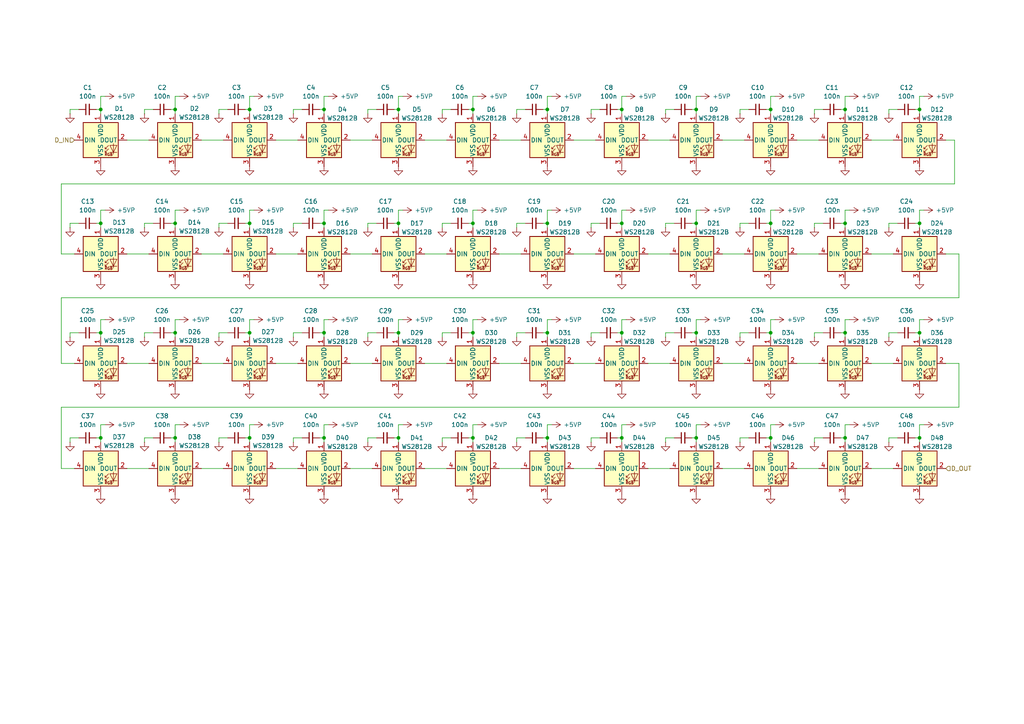
<source format=kicad_sch>
(kicad_sch (version 20250114) (generator "eeschema") (generator_version "9.0")
  (paper "A4")
  (junction (at 137.16 64.77))
  (junction (at 245.11 64.77))
  (junction (at 223.52 64.77))
  (junction (at 266.7 31.75))
  (junction (at 266.7 127))
  (junction (at 115.57 96.52))
  (junction (at 223.52 31.75))
  (junction (at 180.34 31.75))
  (junction (at 201.93 31.75))
  (junction (at 93.98 64.77))
  (junction (at 180.34 127))
  (junction (at 72.39 31.75))
  (junction (at 72.39 127))
  (junction (at 158.75 127))
  (junction (at 115.57 127))
  (junction (at 29.21 64.77))
  (junction (at 93.98 31.75))
  (junction (at 180.34 64.77))
  (junction (at 245.11 96.52))
  (junction (at 50.8 96.52))
  (junction (at 201.93 64.77))
  (junction (at 158.75 64.77))
  (junction (at 50.8 31.75))
  (junction (at 137.16 31.75))
  (junction (at 180.34 96.52))
  (junction (at 50.8 64.77))
  (junction (at 158.75 96.52))
  (junction (at 115.57 31.75))
  (junction (at 223.52 96.52))
  (junction (at 245.11 31.75))
  (junction (at 223.52 127))
  (junction (at 115.57 64.77))
  (junction (at 137.16 127))
  (junction (at 29.21 127))
  (junction (at 137.16 96.52))
  (junction (at 29.21 96.52))
  (junction (at 201.93 127))
  (junction (at 158.75 31.75))
  (junction (at 266.7 64.77))
  (junction (at 266.7 96.52))
  (junction (at 72.39 96.52))
  (junction (at 93.98 96.52))
  (junction (at 72.39 64.77))
  (junction (at 201.93 96.52))
  (junction (at 93.98 127))
  (junction (at 245.11 127))
  (junction (at 29.21 31.75))
  (junction (at 50.8 127))
  (wire (pts (xy 41.91 64.77) (xy 41.91 66.04)))
  (wire (pts (xy 17.78 86.36) (xy 17.78 105.41)))
  (wire (pts (xy 137.16 92.71) (xy 138.43 92.71)))
  (wire (pts (xy 63.5 64.77) (xy 66.04 64.77)))
  (wire (pts (xy 101.6 40.64) (xy 107.95 40.64)))
  (wire (pts (xy 135.89 127) (xy 137.16 127)))
  (wire (pts (xy 149.86 96.52) (xy 149.86 97.79)))
  (wire (pts (xy 114.3 31.75) (xy 115.57 31.75)))
  (wire (pts (xy 20.32 31.75) (xy 20.32 33.02)))
  (wire (pts (xy 144.78 105.41) (xy 151.13 105.41)))
  (wire (pts (xy 137.16 127) (xy 137.16 128.27)))
  (wire (pts (xy 115.57 27.94) (xy 116.84 27.94)))
  (wire (pts (xy 85.09 96.52) (xy 85.09 97.79)))
  (wire (pts (xy 179.07 127) (xy 180.34 127)))
  (wire (pts (xy 257.81 96.52) (xy 260.35 96.52)))
  (wire (pts (xy 50.8 60.96) (xy 52.07 60.96)))
  (wire (pts (xy 193.04 96.52) (xy 195.58 96.52)))
  (wire (pts (xy 180.34 127) (xy 180.34 128.27)))
  (wire (pts (xy 63.5 127) (xy 66.04 127)))
  (wire (pts (xy 257.81 96.52) (xy 257.81 97.79)))
  (wire (pts (xy 158.75 92.71) (xy 158.75 96.52)))
  (wire (pts (xy 252.73 73.66) (xy 259.08 73.66)))
  (wire (pts (xy 276.86 53.34) (xy 17.78 53.34)))
  (wire (pts (xy 123.19 73.66) (xy 129.54 73.66)))
  (wire (pts (xy 128.27 64.77) (xy 128.27 66.04)))
  (wire (pts (xy 158.75 123.19) (xy 160.02 123.19)))
  (wire (pts (xy 166.37 135.89) (xy 172.72 135.89)))
  (wire (pts (xy 171.45 31.75) (xy 173.99 31.75)))
  (wire (pts (xy 187.96 40.64) (xy 194.31 40.64)))
  (wire (pts (xy 135.89 96.52) (xy 137.16 96.52)))
  (wire (pts (xy 201.93 92.71) (xy 203.2 92.71)))
  (wire (pts (xy 135.89 31.75) (xy 137.16 31.75)))
  (wire (pts (xy 137.16 60.96) (xy 137.16 64.77)))
  (wire (pts (xy 85.09 96.52) (xy 87.63 96.52)))
  (wire (pts (xy 223.52 127) (xy 223.52 128.27)))
  (wire (pts (xy 171.45 64.77) (xy 171.45 66.04)))
  (wire (pts (xy 200.66 64.77) (xy 201.93 64.77)))
  (wire (pts (xy 274.32 40.64) (xy 276.86 40.64)))
  (wire (pts (xy 245.11 123.19) (xy 246.38 123.19)))
  (wire (pts (xy 20.32 64.77) (xy 22.86 64.77)))
  (wire (pts (xy 128.27 127) (xy 128.27 128.27)))
  (wire (pts (xy 276.86 40.64) (xy 276.86 53.34)))
  (wire (pts (xy 93.98 27.94) (xy 95.25 27.94)))
  (wire (pts (xy 50.8 96.52) (xy 50.8 97.79)))
  (wire (pts (xy 101.6 105.41) (xy 107.95 105.41)))
  (wire (pts (xy 50.8 60.96) (xy 50.8 64.77)))
  (wire (pts (xy 180.34 60.96) (xy 181.61 60.96)))
  (wire (pts (xy 166.37 105.41) (xy 172.72 105.41)))
  (wire (pts (xy 278.13 118.11) (xy 17.78 118.11)))
  (wire (pts (xy 245.11 60.96) (xy 246.38 60.96)))
  (wire (pts (xy 222.25 64.77) (xy 223.52 64.77)))
  (wire (pts (xy 200.66 31.75) (xy 201.93 31.75)))
  (wire (pts (xy 266.7 96.52) (xy 266.7 97.79)))
  (wire (pts (xy 106.68 64.77) (xy 106.68 66.04)))
  (wire (pts (xy 101.6 135.89) (xy 107.95 135.89)))
  (wire (pts (xy 72.39 60.96) (xy 73.66 60.96)))
  (wire (pts (xy 179.07 96.52) (xy 180.34 96.52)))
  (wire (pts (xy 158.75 31.75) (xy 158.75 33.02)))
  (wire (pts (xy 223.52 60.96) (xy 224.79 60.96)))
  (wire (pts (xy 106.68 31.75) (xy 106.68 33.02)))
  (wire (pts (xy 201.93 31.75) (xy 201.93 33.02)))
  (wire (pts (xy 17.78 73.66) (xy 21.59 73.66)))
  (wire (pts (xy 36.83 73.66) (xy 43.18 73.66)))
  (wire (pts (xy 135.89 64.77) (xy 137.16 64.77)))
  (wire (pts (xy 245.11 96.52) (xy 245.11 97.79)))
  (wire (pts (xy 209.55 73.66) (xy 215.9 73.66)))
  (wire (pts (xy 200.66 127) (xy 201.93 127)))
  (wire (pts (xy 180.34 96.52) (xy 180.34 97.79)))
  (wire (pts (xy 128.27 127) (xy 130.81 127)))
  (wire (pts (xy 180.34 60.96) (xy 180.34 64.77)))
  (wire (pts (xy 179.07 31.75) (xy 180.34 31.75)))
  (wire (pts (xy 243.84 96.52) (xy 245.11 96.52)))
  (wire (pts (xy 149.86 96.52) (xy 152.4 96.52)))
  (wire (pts (xy 137.16 96.52) (xy 137.16 97.79)))
  (wire (pts (xy 137.16 31.75) (xy 137.16 33.02)))
  (wire (pts (xy 50.8 27.94) (xy 50.8 31.75)))
  (wire (pts (xy 144.78 40.64) (xy 151.13 40.64)))
  (wire (pts (xy 63.5 96.52) (xy 63.5 97.79)))
  (wire (pts (xy 252.73 40.64) (xy 259.08 40.64)))
  (wire (pts (xy 266.7 60.96) (xy 267.97 60.96)))
  (wire (pts (xy 128.27 64.77) (xy 130.81 64.77)))
  (wire (pts (xy 149.86 31.75) (xy 149.86 33.02)))
  (wire (pts (xy 209.55 135.89) (xy 215.9 135.89)))
  (wire (pts (xy 72.39 123.19) (xy 72.39 127)))
  (wire (pts (xy 158.75 123.19) (xy 158.75 127)))
  (wire (pts (xy 106.68 96.52) (xy 106.68 97.79)))
  (wire (pts (xy 245.11 92.71) (xy 245.11 96.52)))
  (wire (pts (xy 72.39 92.71) (xy 72.39 96.52)))
  (wire (pts (xy 20.32 127) (xy 20.32 128.27)))
  (wire (pts (xy 50.8 92.71) (xy 52.07 92.71)))
  (wire (pts (xy 158.75 92.71) (xy 160.02 92.71)))
  (wire (pts (xy 85.09 64.77) (xy 85.09 66.04)))
  (wire (pts (xy 106.68 127) (xy 109.22 127)))
  (wire (pts (xy 171.45 31.75) (xy 171.45 33.02)))
  (wire (pts (xy 222.25 96.52) (xy 223.52 96.52)))
  (wire (pts (xy 193.04 96.52) (xy 193.04 97.79)))
  (wire (pts (xy 115.57 60.96) (xy 116.84 60.96)))
  (wire (pts (xy 265.43 127) (xy 266.7 127)))
  (wire (pts (xy 115.57 123.19) (xy 116.84 123.19)))
  (wire (pts (xy 27.94 64.77) (xy 29.21 64.77)))
  (wire (pts (xy 115.57 60.96) (xy 115.57 64.77)))
  (wire (pts (xy 72.39 31.75) (xy 72.39 33.02)))
  (wire (pts (xy 71.12 96.52) (xy 72.39 96.52)))
  (wire (pts (xy 115.57 92.71) (xy 115.57 96.52)))
  (wire (pts (xy 180.34 64.77) (xy 180.34 66.04)))
  (wire (pts (xy 17.78 105.41) (xy 21.59 105.41)))
  (wire (pts (xy 231.14 105.41) (xy 237.49 105.41)))
  (wire (pts (xy 137.16 64.77) (xy 137.16 66.04)))
  (wire (pts (xy 29.21 64.77) (xy 29.21 66.04)))
  (wire (pts (xy 236.22 96.52) (xy 238.76 96.52)))
  (wire (pts (xy 80.01 135.89) (xy 86.36 135.89)))
  (wire (pts (xy 266.7 27.94) (xy 267.97 27.94)))
  (wire (pts (xy 137.16 27.94) (xy 138.43 27.94)))
  (wire (pts (xy 17.78 118.11) (xy 17.78 135.89)))
  (wire (pts (xy 115.57 31.75) (xy 115.57 33.02)))
  (wire (pts (xy 180.34 27.94) (xy 181.61 27.94)))
  (wire (pts (xy 29.21 92.71) (xy 29.21 96.52)))
  (wire (pts (xy 223.52 92.71) (xy 223.52 96.52)))
  (wire (pts (xy 85.09 127) (xy 85.09 128.27)))
  (wire (pts (xy 128.27 96.52) (xy 130.81 96.52)))
  (wire (pts (xy 29.21 123.19) (xy 30.48 123.19)))
  (wire (pts (xy 180.34 27.94) (xy 180.34 31.75)))
  (wire (pts (xy 245.11 127) (xy 245.11 128.27)))
  (wire (pts (xy 236.22 96.52) (xy 236.22 97.79)))
  (wire (pts (xy 245.11 123.19) (xy 245.11 127)))
  (wire (pts (xy 201.93 123.19) (xy 203.2 123.19)))
  (wire (pts (xy 149.86 127) (xy 152.4 127)))
  (wire (pts (xy 85.09 31.75) (xy 87.63 31.75)))
  (wire (pts (xy 214.63 96.52) (xy 214.63 97.79)))
  (wire (pts (xy 214.63 96.52) (xy 217.17 96.52)))
  (wire (pts (xy 114.3 96.52) (xy 115.57 96.52)))
  (wire (pts (xy 50.8 127) (xy 50.8 128.27)))
  (wire (pts (xy 166.37 40.64) (xy 172.72 40.64)))
  (wire (pts (xy 157.48 96.52) (xy 158.75 96.52)))
  (wire (pts (xy 193.04 31.75) (xy 195.58 31.75)))
  (wire (pts (xy 128.27 31.75) (xy 128.27 33.02)))
  (wire (pts (xy 236.22 64.77) (xy 238.76 64.77)))
  (wire (pts (xy 50.8 31.75) (xy 50.8 33.02)))
  (wire (pts (xy 123.19 105.41) (xy 129.54 105.41)))
  (wire (pts (xy 223.52 60.96) (xy 223.52 64.77)))
  (wire (pts (xy 257.81 64.77) (xy 260.35 64.77)))
  (wire (pts (xy 20.32 96.52) (xy 22.86 96.52)))
  (wire (pts (xy 93.98 64.77) (xy 93.98 66.04)))
  (wire (pts (xy 193.04 64.77) (xy 193.04 66.04)))
  (wire (pts (xy 72.39 127) (xy 72.39 128.27)))
  (wire (pts (xy 193.04 31.75) (xy 193.04 33.02)))
  (wire (pts (xy 29.21 60.96) (xy 29.21 64.77)))
  (wire (pts (xy 29.21 60.96) (xy 30.48 60.96)))
  (wire (pts (xy 252.73 135.89) (xy 259.08 135.89)))
  (wire (pts (xy 223.52 27.94) (xy 224.79 27.94)))
  (wire (pts (xy 63.5 31.75) (xy 63.5 33.02)))
  (wire (pts (xy 214.63 64.77) (xy 217.17 64.77)))
  (wire (pts (xy 106.68 96.52) (xy 109.22 96.52)))
  (wire (pts (xy 158.75 64.77) (xy 158.75 66.04)))
  (wire (pts (xy 20.32 64.77) (xy 20.32 66.04)))
  (wire (pts (xy 29.21 31.75) (xy 29.21 33.02)))
  (wire (pts (xy 137.16 60.96) (xy 138.43 60.96)))
  (wire (pts (xy 266.7 123.19) (xy 266.7 127)))
  (wire (pts (xy 171.45 96.52) (xy 171.45 97.79)))
  (wire (pts (xy 257.81 64.77) (xy 257.81 66.04)))
  (wire (pts (xy 266.7 60.96) (xy 266.7 64.77)))
  (wire (pts (xy 187.96 105.41) (xy 194.31 105.41)))
  (wire (pts (xy 266.7 92.71) (xy 266.7 96.52)))
  (wire (pts (xy 92.71 64.77) (xy 93.98 64.77)))
  (wire (pts (xy 157.48 127) (xy 158.75 127)))
  (wire (pts (xy 266.7 92.71) (xy 267.97 92.71)))
  (wire (pts (xy 58.42 105.41) (xy 64.77 105.41)))
  (wire (pts (xy 265.43 31.75) (xy 266.7 31.75)))
  (wire (pts (xy 214.63 31.75) (xy 214.63 33.02)))
  (wire (pts (xy 209.55 105.41) (xy 215.9 105.41)))
  (wire (pts (xy 20.32 31.75) (xy 22.86 31.75)))
  (wire (pts (xy 27.94 96.52) (xy 29.21 96.52)))
  (wire (pts (xy 29.21 96.52) (xy 29.21 97.79)))
  (wire (pts (xy 223.52 96.52) (xy 223.52 97.79)))
  (wire (pts (xy 41.91 127) (xy 41.91 128.27)))
  (wire (pts (xy 265.43 96.52) (xy 266.7 96.52)))
  (wire (pts (xy 85.09 127) (xy 87.63 127)))
  (wire (pts (xy 137.16 123.19) (xy 137.16 127)))
  (wire (pts (xy 137.16 27.94) (xy 137.16 31.75)))
  (wire (pts (xy 180.34 92.71) (xy 180.34 96.52)))
  (wire (pts (xy 93.98 123.19) (xy 95.25 123.19)))
  (wire (pts (xy 209.55 40.64) (xy 215.9 40.64)))
  (wire (pts (xy 243.84 31.75) (xy 245.11 31.75)))
  (wire (pts (xy 180.34 31.75) (xy 180.34 33.02)))
  (wire (pts (xy 93.98 31.75) (xy 93.98 33.02)))
  (wire (pts (xy 201.93 123.19) (xy 201.93 127)))
  (wire (pts (xy 80.01 40.64) (xy 86.36 40.64)))
  (wire (pts (xy 149.86 64.77) (xy 149.86 66.04)))
  (wire (pts (xy 257.81 31.75) (xy 260.35 31.75)))
  (wire (pts (xy 63.5 127) (xy 63.5 128.27)))
  (wire (pts (xy 266.7 64.77) (xy 266.7 66.04)))
  (wire (pts (xy 180.34 92.71) (xy 181.61 92.71)))
  (wire (pts (xy 85.09 31.75) (xy 85.09 33.02)))
  (wire (pts (xy 115.57 64.77) (xy 115.57 66.04)))
  (wire (pts (xy 72.39 92.71) (xy 73.66 92.71)))
  (wire (pts (xy 17.78 135.89) (xy 21.59 135.89)))
  (wire (pts (xy 171.45 64.77) (xy 173.99 64.77)))
  (wire (pts (xy 85.09 64.77) (xy 87.63 64.77)))
  (wire (pts (xy 50.8 64.77) (xy 50.8 66.04)))
  (wire (pts (xy 106.68 31.75) (xy 109.22 31.75)))
  (wire (pts (xy 49.53 96.52) (xy 50.8 96.52)))
  (wire (pts (xy 114.3 127) (xy 115.57 127)))
  (wire (pts (xy 214.63 31.75) (xy 217.17 31.75)))
  (wire (pts (xy 171.45 127) (xy 173.99 127)))
  (wire (pts (xy 149.86 64.77) (xy 152.4 64.77)))
  (wire (pts (xy 236.22 127) (xy 236.22 128.27)))
  (wire (pts (xy 158.75 127) (xy 158.75 128.27)))
  (wire (pts (xy 29.21 127) (xy 29.21 128.27)))
  (wire (pts (xy 245.11 64.77) (xy 245.11 66.04)))
  (wire (pts (xy 71.12 127) (xy 72.39 127)))
  (wire (pts (xy 245.11 60.96) (xy 245.11 64.77)))
  (wire (pts (xy 20.32 127) (xy 22.86 127)))
  (wire (pts (xy 115.57 92.71) (xy 116.84 92.71)))
  (wire (pts (xy 36.83 40.64) (xy 43.18 40.64)))
  (wire (pts (xy 236.22 64.77) (xy 236.22 66.04)))
  (wire (pts (xy 245.11 27.94) (xy 246.38 27.94)))
  (wire (pts (xy 123.19 40.64) (xy 129.54 40.64)))
  (wire (pts (xy 50.8 123.19) (xy 50.8 127)))
  (wire (pts (xy 80.01 105.41) (xy 86.36 105.41)))
  (wire (pts (xy 201.93 27.94) (xy 201.93 31.75)))
  (wire (pts (xy 41.91 31.75) (xy 44.45 31.75)))
  (wire (pts (xy 137.16 123.19) (xy 138.43 123.19)))
  (wire (pts (xy 72.39 27.94) (xy 73.66 27.94)))
  (wire (pts (xy 180.34 123.19) (xy 181.61 123.19)))
  (wire (pts (xy 41.91 96.52) (xy 41.91 97.79)))
  (wire (pts (xy 92.71 127) (xy 93.98 127)))
  (wire (pts (xy 193.04 127) (xy 195.58 127)))
  (wire (pts (xy 149.86 127) (xy 149.86 128.27)))
  (wire (pts (xy 171.45 96.52) (xy 173.99 96.52)))
  (wire (pts (xy 265.43 64.77) (xy 266.7 64.77)))
  (wire (pts (xy 93.98 96.52) (xy 93.98 97.79)))
  (wire (pts (xy 223.52 31.75) (xy 223.52 33.02)))
  (wire (pts (xy 41.91 127) (xy 44.45 127)))
  (wire (pts (xy 157.48 31.75) (xy 158.75 31.75)))
  (wire (pts (xy 257.81 127) (xy 257.81 128.27)))
  (wire (pts (xy 222.25 31.75) (xy 223.52 31.75)))
  (wire (pts (xy 214.63 127) (xy 214.63 128.27)))
  (wire (pts (xy 58.42 40.64) (xy 64.77 40.64)))
  (wire (pts (xy 29.21 123.19) (xy 29.21 127)))
  (wire (pts (xy 231.14 135.89) (xy 237.49 135.89)))
  (wire (pts (xy 266.7 123.19) (xy 267.97 123.19)))
  (wire (pts (xy 243.84 127) (xy 245.11 127)))
  (wire (pts (xy 93.98 60.96) (xy 95.25 60.96)))
  (wire (pts (xy 49.53 127) (xy 50.8 127)))
  (wire (pts (xy 245.11 27.94) (xy 245.11 31.75)))
  (wire (pts (xy 278.13 105.41) (xy 278.13 118.11)))
  (wire (pts (xy 158.75 27.94) (xy 158.75 31.75)))
  (wire (pts (xy 252.73 105.41) (xy 259.08 105.41)))
  (wire (pts (xy 266.7 31.75) (xy 266.7 33.02)))
  (wire (pts (xy 158.75 60.96) (xy 160.02 60.96)))
  (wire (pts (xy 266.7 127) (xy 266.7 128.27)))
  (wire (pts (xy 223.52 92.71) (xy 224.79 92.71)))
  (wire (pts (xy 166.37 73.66) (xy 172.72 73.66)))
  (wire (pts (xy 278.13 86.36) (xy 17.78 86.36)))
  (wire (pts (xy 179.07 64.77) (xy 180.34 64.77)))
  (wire (pts (xy 214.63 127) (xy 217.17 127)))
  (wire (pts (xy 223.52 64.77) (xy 223.52 66.04)))
  (wire (pts (xy 144.78 135.89) (xy 151.13 135.89)))
  (wire (pts (xy 201.93 60.96) (xy 203.2 60.96)))
  (wire (pts (xy 236.22 31.75) (xy 238.76 31.75)))
  (wire (pts (xy 41.91 64.77) (xy 44.45 64.77)))
  (wire (pts (xy 17.78 53.34) (xy 17.78 73.66)))
  (wire (pts (xy 63.5 96.52) (xy 66.04 96.52)))
  (wire (pts (xy 236.22 127) (xy 238.76 127)))
  (wire (pts (xy 128.27 96.52) (xy 128.27 97.79)))
  (wire (pts (xy 115.57 96.52) (xy 115.57 97.79)))
  (wire (pts (xy 72.39 96.52) (xy 72.39 97.79)))
  (wire (pts (xy 72.39 64.77) (xy 72.39 66.04)))
  (wire (pts (xy 187.96 73.66) (xy 194.31 73.66)))
  (wire (pts (xy 137.16 92.71) (xy 137.16 96.52)))
  (wire (pts (xy 201.93 92.71) (xy 201.93 96.52)))
  (wire (pts (xy 149.86 31.75) (xy 152.4 31.75)))
  (wire (pts (xy 92.71 96.52) (xy 93.98 96.52)))
  (wire (pts (xy 158.75 27.94) (xy 160.02 27.94)))
  (wire (pts (xy 72.39 27.94) (xy 72.39 31.75)))
  (wire (pts (xy 201.93 127) (xy 201.93 128.27)))
  (wire (pts (xy 114.3 64.77) (xy 115.57 64.77)))
  (wire (pts (xy 101.6 73.66) (xy 107.95 73.66)))
  (wire (pts (xy 72.39 60.96) (xy 72.39 64.77)))
  (wire (pts (xy 80.01 73.66) (xy 86.36 73.66)))
  (wire (pts (xy 71.12 64.77) (xy 72.39 64.77)))
  (wire (pts (xy 193.04 64.77) (xy 195.58 64.77)))
  (wire (pts (xy 200.66 96.52) (xy 201.93 96.52)))
  (wire (pts (xy 63.5 64.77) (xy 63.5 66.04)))
  (wire (pts (xy 201.93 27.94) (xy 203.2 27.94)))
  (wire (pts (xy 71.12 31.75) (xy 72.39 31.75)))
  (wire (pts (xy 223.52 123.19) (xy 223.52 127)))
  (wire (pts (xy 231.14 40.64) (xy 237.49 40.64)))
  (wire (pts (xy 58.42 73.66) (xy 64.77 73.66)))
  (wire (pts (xy 201.93 64.77) (xy 201.93 66.04)))
  (wire (pts (xy 27.94 127) (xy 29.21 127)))
  (wire (pts (xy 274.32 73.66) (xy 278.13 73.66)))
  (wire (pts (xy 223.52 123.19) (xy 224.79 123.19)))
  (wire (pts (xy 144.78 73.66) (xy 151.13 73.66)))
  (wire (pts (xy 50.8 92.71) (xy 50.8 96.52)))
  (wire (pts (xy 128.27 31.75) (xy 130.81 31.75)))
  (wire (pts (xy 266.7 27.94) (xy 266.7 31.75)))
  (wire (pts (xy 231.14 73.66) (xy 237.49 73.66)))
  (wire (pts (xy 93.98 92.71) (xy 93.98 96.52)))
  (wire (pts (xy 171.45 127) (xy 171.45 128.27)))
  (wire (pts (xy 41.91 96.52) (xy 44.45 96.52)))
  (wire (pts (xy 223.52 27.94) (xy 223.52 31.75)))
  (wire (pts (xy 49.53 31.75) (xy 50.8 31.75)))
  (wire (pts (xy 115.57 27.94) (xy 115.57 31.75)))
  (wire (pts (xy 180.34 123.19) (xy 180.34 127)))
  (wire (pts (xy 245.11 31.75) (xy 245.11 33.02)))
  (wire (pts (xy 29.21 27.94) (xy 29.21 31.75)))
  (wire (pts (xy 257.81 127) (xy 260.35 127)))
  (wire (pts (xy 63.5 31.75) (xy 66.04 31.75)))
  (wire (pts (xy 72.39 123.19) (xy 73.66 123.19)))
  (wire (pts (xy 36.83 135.89) (xy 43.18 135.89)))
  (wire (pts (xy 158.75 60.96) (xy 158.75 64.77)))
  (wire (pts (xy 93.98 60.96) (xy 93.98 64.77)))
  (wire (pts (xy 92.71 31.75) (xy 93.98 31.75)))
  (wire (pts (xy 245.11 92.71) (xy 246.38 92.71)))
  (wire (pts (xy 20.32 96.52) (xy 20.32 97.79)))
  (wire (pts (xy 236.22 31.75) (xy 236.22 33.02)))
  (wire (pts (xy 58.42 135.89) (xy 64.77 135.89)))
  (wire (pts (xy 49.53 64.77) (xy 50.8 64.77)))
  (wire (pts (xy 93.98 27.94) (xy 93.98 31.75)))
  (wire (pts (xy 115.57 127) (xy 115.57 128.27)))
  (wire (pts (xy 201.93 96.52) (xy 201.93 97.79)))
  (wire (pts (xy 214.63 64.77) (xy 214.63 66.04)))
  (wire (pts (xy 93.98 123.19) (xy 93.98 127)))
  (wire (pts (xy 29.21 92.71) (xy 30.48 92.71)))
  (wire (pts (xy 106.68 127) (xy 106.68 128.27)))
  (wire (pts (xy 27.94 31.75) (xy 29.21 31.75)))
  (wire (pts (xy 93.98 92.71) (xy 95.25 92.71)))
  (wire (pts (xy 187.96 135.89) (xy 194.31 135.89)))
  (wire (pts (xy 243.84 64.77) (xy 245.11 64.77)))
  (wire (pts (xy 157.48 64.77) (xy 158.75 64.77)))
  (wire (pts (xy 29.21 27.94) (xy 30.48 27.94)))
  (wire (pts (xy 257.81 31.75) (xy 257.81 33.02)))
  (wire (pts (xy 201.93 60.96) (xy 201.93 64.77)))
  (wire (pts (xy 193.04 127) (xy 193.04 128.27)))
  (wire (pts (xy 50.8 123.19) (xy 52.07 123.19)))
  (wire (pts (xy 274.32 105.41) (xy 278.13 105.41)))
  (wire (pts (xy 41.91 31.75) (xy 41.91 33.02)))
  (wire (pts (xy 278.13 73.66) (xy 278.13 86.36)))
  (wire (pts (xy 222.25 127) (xy 223.52 127)))
  (wire (pts (xy 115.57 123.19) (xy 115.57 127)))
  (wire (pts (xy 36.83 105.41) (xy 43.18 105.41)))
  (wire (pts (xy 50.8 27.94) (xy 52.07 27.94)))
  (wire (pts (xy 93.98 127) (xy 93.98 128.27)))
  (wire (pts (xy 123.19 135.89) (xy 129.54 135.89)))
  (wire (pts (xy 158.75 96.52) (xy 158.75 97.79)))
  (wire (pts (xy 106.68 64.77) (xy 109.22 64.77)))
  (hierarchical_label "D_IN" (shape input) (at 21.59 40.64 180))
  (hierarchical_label "D_OUT" (shape input) (at 274.32 135.89 0))
  (symbol (lib_id "power:GND") (at 137.16 143.51 0) (unit 1)
    (property "Reference" "#PWR0138" (effects (hide yes)))
    (property "Value" "GND" (effects (hide yes)))
    (property "Description" "Power symbol creates a global label with name \"GND\" , ground" (effects (hide yes)))
  )
  (symbol (lib_id "LED:WS2812B") (at 180.34 73.66 0) (unit 1)
    (property "Reference" "D20" (at 185.42 64.77 0))
    (property "Value" "WS2812B" (at 185.42 67.31 0))
    (property "Footprint" "LED_SMD:LED_WS2812B_PLCC4_5.0x5.0mm_P3.2mm" (effects (hide yes)))
    (property "Datasheet" "https://cdn-shop.adafruit.com/datasheets/WS2812B.pdf" (effects (hide yes)))
    (property "Description" "RGB LED with integrated controller" (effects (hide yes)))
  )
  (symbol (lib_id "power:+5VP") (at 116.84 60.96 270) (unit 1)
    (property "Reference" "#PWR041" (effects (hide yes)))
    (property "Value" "+5VP" (at 122.936 60.96 90))
    (property "Description" "Power symbol creates a global label with name \"+5VP\"" (effects (hide yes)))
  )
  (symbol (lib_id "Device:C_Small") (at 25.4 64.77 90) (unit 1)
    (property "Reference" "C13" (at 25.4063 58.42 90))
    (property "Value" "100n" (at 25.4063 60.96 90))
    (property "Footprint" "Capacitor_SMD:C_0402_1005Metric" (effects (hide yes)))
    (property "Description" "Unpolarized capacitor, small symbol" (effects (hide yes)))
  )
  (symbol (lib_id "power:+5VP") (at 267.97 92.71 270) (unit 1)
    (property "Reference" "#PWR084" (effects (hide yes)))
    (property "Value" "+5VP" (at 274.066 92.71 90))
    (property "Description" "Power symbol creates a global label with name \"+5VP\"" (effects (hide yes)))
  )
  (symbol (lib_id "LED:WS2812B") (at 266.7 73.66 0) (unit 1)
    (property "Reference" "D24" (at 271.78 64.77 0))
    (property "Value" "WS2812B" (at 271.78 67.31 0))
    (property "Footprint" "LED_SMD:LED_WS2812B_PLCC4_5.0x5.0mm_P3.2mm" (effects (hide yes)))
    (property "Datasheet" "https://cdn-shop.adafruit.com/datasheets/WS2812B.pdf" (effects (hide yes)))
    (property "Description" "RGB LED with integrated controller" (effects (hide yes)))
  )
  (symbol (lib_id "power:GND") (at 128.27 66.04 0) (unit 1)
    (property "Reference" "#PWR054" (effects (hide yes)))
    (property "Value" "GND" (effects (hide yes)))
    (property "Description" "Power symbol creates a global label with name \"GND\" , ground" (effects (hide yes)))
  )
  (symbol (lib_id "LED:WS2812B") (at 158.75 73.66 0) (unit 1)
    (property "Reference" "D19" (at 163.83 64.77 0))
    (property "Value" "WS2812B" (at 163.83 67.31 0))
    (property "Footprint" "LED_SMD:LED_WS2812B_PLCC4_5.0x5.0mm_P3.2mm" (effects (hide yes)))
    (property "Datasheet" "https://cdn-shop.adafruit.com/datasheets/WS2812B.pdf" (effects (hide yes)))
    (property "Description" "RGB LED with integrated controller" (effects (hide yes)))
  )
  (symbol (lib_id "power:+5VP") (at 224.79 60.96 270) (unit 1)
    (property "Reference" "#PWR046" (effects (hide yes)))
    (property "Value" "+5VP" (at 230.886 60.96 90))
    (property "Description" "Power symbol creates a global label with name \"+5VP\"" (effects (hide yes)))
  )
  (symbol (lib_id "Device:C_Small") (at 46.99 31.75 90) (unit 1)
    (property "Reference" "C2" (at 46.9963 25.4 90))
    (property "Value" "100n" (at 46.9963 27.94 90))
    (property "Footprint" "Capacitor_SMD:C_0402_1005Metric" (effects (hide yes)))
    (property "Description" "Unpolarized capacitor, small symbol" (effects (hide yes)))
  )
  (symbol (lib_id "power:GND") (at 266.7 113.03 0) (unit 1)
    (property "Reference" "#PWR0108" (effects (hide yes)))
    (property "Value" "GND" (effects (hide yes)))
    (property "Description" "Power symbol creates a global label with name \"GND\" , ground" (effects (hide yes)))
  )
  (symbol (lib_id "power:GND") (at 236.22 128.27 0) (unit 1)
    (property "Reference" "#PWR0131" (effects (hide yes)))
    (property "Value" "GND" (effects (hide yes)))
    (property "Description" "Power symbol creates a global label with name \"GND\" , ground" (effects (hide yes)))
  )
  (symbol (lib_id "LED:WS2812B") (at 93.98 135.89 0) (unit 1)
    (property "Reference" "D40" (at 99.314 127 0))
    (property "Value" "WS2812B" (at 99.314 129.54 0))
    (property "Footprint" "LED_SMD:LED_WS2812B_PLCC4_5.0x5.0mm_P3.2mm" (effects (hide yes)))
    (property "Datasheet" "https://cdn-shop.adafruit.com/datasheets/WS2812B.pdf" (effects (hide yes)))
    (property "Description" "RGB LED with integrated controller" (effects (hide yes)))
  )
  (symbol (lib_id "Device:C_Small") (at 90.17 127 90) (unit 1)
    (property "Reference" "C40" (at 90.1763 120.65 90))
    (property "Value" "100n" (at 90.1763 123.19 90))
    (property "Footprint" "Capacitor_SMD:C_0402_1005Metric" (effects (hide yes)))
    (property "Description" "Unpolarized capacitor, small symbol" (effects (hide yes)))
  )
  (symbol (lib_id "power:GND") (at 72.39 81.28 0) (unit 1)
    (property "Reference" "#PWR063" (effects (hide yes)))
    (property "Value" "GND" (effects (hide yes)))
    (property "Description" "Power symbol creates a global label with name \"GND\" , ground" (effects (hide yes)))
  )
  (symbol (lib_id "Device:C_Small") (at 154.94 127 90) (unit 1)
    (property "Reference" "C43" (at 154.9463 120.65 90))
    (property "Value" "100n" (at 154.9463 123.19 90))
    (property "Footprint" "Capacitor_SMD:C_0402_1005Metric" (effects (hide yes)))
    (property "Description" "Unpolarized capacitor, small symbol" (effects (hide yes)))
  )
  (symbol (lib_id "power:+5VP") (at 246.38 123.19 270) (unit 1)
    (property "Reference" "#PWR0119" (effects (hide yes)))
    (property "Value" "+5VP" (at 252.476 123.19 90))
    (property "Description" "Power symbol creates a global label with name \"+5VP\"" (effects (hide yes)))
  )
  (symbol (lib_id "Device:C_Small") (at 198.12 96.52 90) (unit 1)
    (property "Reference" "C33" (at 198.1263 90.17 90))
    (property "Value" "100n" (at 198.1263 92.71 90))
    (property "Footprint" "Capacitor_SMD:C_0402_1005Metric" (effects (hide yes)))
    (property "Description" "Unpolarized capacitor, small symbol" (effects (hide yes)))
  )
  (symbol (lib_id "LED:WS2812B") (at 72.39 135.89 0) (unit 1)
    (property "Reference" "D39" (at 77.724 126.746 0))
    (property "Value" "WS2812B" (at 77.724 129.286 0))
    (property "Footprint" "LED_SMD:LED_WS2812B_PLCC4_5.0x5.0mm_P3.2mm" (effects (hide yes)))
    (property "Datasheet" "https://cdn-shop.adafruit.com/datasheets/WS2812B.pdf" (effects (hide yes)))
    (property "Description" "RGB LED with integrated controller" (effects (hide yes)))
  )
  (symbol (lib_id "power:GND") (at 193.04 66.04 0) (unit 1)
    (property "Reference" "#PWR057" (effects (hide yes)))
    (property "Value" "GND" (effects (hide yes)))
    (property "Description" "Power symbol creates a global label with name \"GND\" , ground" (effects (hide yes)))
  )
  (symbol (lib_id "Device:C_Small") (at 219.71 31.75 90) (unit 1)
    (property "Reference" "C10" (at 219.7163 25.4 90))
    (property "Value" "100n" (at 219.7163 27.94 90))
    (property "Footprint" "Capacitor_SMD:C_0402_1005Metric" (effects (hide yes)))
    (property "Description" "Unpolarized capacitor, small symbol" (effects (hide yes)))
  )
  (symbol (lib_id "Device:C_Small") (at 68.58 96.52 90) (unit 1)
    (property "Reference" "C27" (at 68.5863 90.17 90))
    (property "Value" "100n" (at 68.5863 92.71 90))
    (property "Footprint" "Capacitor_SMD:C_0402_1005Metric" (effects (hide yes)))
    (property "Description" "Unpolarized capacitor, small symbol" (effects (hide yes)))
  )
  (symbol (lib_id "LED:WS2812B") (at 29.21 105.41 0) (unit 1)
    (property "Reference" "D25" (at 34.544 96.266 0))
    (property "Value" "WS2812B" (at 34.544 98.806 0))
    (property "Footprint" "LED_SMD:LED_WS2812B_PLCC4_5.0x5.0mm_P3.2mm" (effects (hide yes)))
    (property "Datasheet" "https://cdn-shop.adafruit.com/datasheets/WS2812B.pdf" (effects (hide yes)))
    (property "Description" "RGB LED with integrated controller" (effects (hide yes)))
  )
  (symbol (lib_id "power:GND") (at 63.5 66.04 0) (unit 1)
    (property "Reference" "#PWR051" (effects (hide yes)))
    (property "Value" "GND" (effects (hide yes)))
    (property "Description" "Power symbol creates a global label with name \"GND\" , ground" (effects (hide yes)))
  )
  (symbol (lib_id "power:+5VP") (at 181.61 60.96 270) (unit 1)
    (property "Reference" "#PWR044" (effects (hide yes)))
    (property "Value" "+5VP" (at 187.706 60.96 90))
    (property "Description" "Power symbol creates a global label with name \"+5VP\"" (effects (hide yes)))
  )
  (symbol (lib_id "power:GND") (at 20.32 97.79 0) (unit 1)
    (property "Reference" "#PWR085" (effects (hide yes)))
    (property "Value" "GND" (effects (hide yes)))
    (property "Description" "Power symbol creates a global label with name \"GND\" , ground" (effects (hide yes)))
  )
  (symbol (lib_id "power:+5VP") (at 181.61 27.94 270) (unit 1)
    (property "Reference" "#PWR08" (effects (hide yes)))
    (property "Value" "+5VP" (at 187.706 27.94 90))
    (property "Description" "Power symbol creates a global label with name \"+5VP\"" (effects (hide yes)))
  )
  (symbol (lib_id "power:GND") (at 137.16 81.28 0) (unit 1)
    (property "Reference" "#PWR066" (effects (hide yes)))
    (property "Value" "GND" (effects (hide yes)))
    (property "Description" "Power symbol creates a global label with name \"GND\" , ground" (effects (hide yes)))
  )
  (symbol (lib_id "power:GND") (at 193.04 33.02 0) (unit 1)
    (property "Reference" "#PWR021" (effects (hide yes)))
    (property "Value" "GND" (effects (hide yes)))
    (property "Description" "Power symbol creates a global label with name \"GND\" , ground" (effects (hide yes)))
  )
  (symbol (lib_id "power:+5VP") (at 73.66 92.71 270) (unit 1)
    (property "Reference" "#PWR075" (effects (hide yes)))
    (property "Value" "+5VP" (at 79.756 92.71 90))
    (property "Description" "Power symbol creates a global label with name \"+5VP\"" (effects (hide yes)))
  )
  (symbol (lib_id "LED:WS2812B") (at 201.93 40.64 0) (unit 1)
    (property "Reference" "D9" (at 207.01 31.75 0))
    (property "Value" "WS2812B" (at 207.01 34.29 0))
    (property "Footprint" "LED_SMD:LED_WS2812B_PLCC4_5.0x5.0mm_P3.2mm" (effects (hide yes)))
    (property "Datasheet" "https://cdn-shop.adafruit.com/datasheets/WS2812B.pdf" (effects (hide yes)))
    (property "Description" "RGB LED with integrated controller" (effects (hide yes)))
  )
  (symbol (lib_id "power:GND") (at 41.91 33.02 0) (unit 1)
    (property "Reference" "#PWR014" (effects (hide yes)))
    (property "Value" "GND" (effects (hide yes)))
    (property "Description" "Power symbol creates a global label with name \"GND\" , ground" (effects (hide yes)))
  )
  (symbol (lib_id "power:GND") (at 223.52 48.26 0) (unit 1)
    (property "Reference" "#PWR034" (effects (hide yes)))
    (property "Value" "GND" (effects (hide yes)))
    (property "Description" "Power symbol creates a global label with name \"GND\" , ground" (effects (hide yes)))
  )
  (symbol (lib_id "power:GND") (at 180.34 48.26 0) (unit 1)
    (property "Reference" "#PWR032" (effects (hide yes)))
    (property "Value" "GND" (effects (hide yes)))
    (property "Description" "Power symbol creates a global label with name \"GND\" , ground" (effects (hide yes)))
  )
  (symbol (lib_id "power:GND") (at 257.81 97.79 0) (unit 1)
    (property "Reference" "#PWR096" (effects (hide yes)))
    (property "Value" "GND" (effects (hide yes)))
    (property "Description" "Power symbol creates a global label with name \"GND\" , ground" (effects (hide yes)))
  )
  (symbol (lib_id "LED:WS2812B") (at 93.98 105.41 0) (unit 1)
    (property "Reference" "D28" (at 99.314 96.52 0))
    (property "Value" "WS2812B" (at 99.314 99.06 0))
    (property "Footprint" "LED_SMD:LED_WS2812B_PLCC4_5.0x5.0mm_P3.2mm" (effects (hide yes)))
    (property "Datasheet" "https://cdn-shop.adafruit.com/datasheets/WS2812B.pdf" (effects (hide yes)))
    (property "Description" "RGB LED with integrated controller" (effects (hide yes)))
  )
  (symbol (lib_id "LED:WS2812B") (at 266.7 135.89 0) (unit 1)
    (property "Reference" "D48" (at 271.78 127 0))
    (property "Value" "WS2812B" (at 271.78 129.54 0))
    (property "Footprint" "LED_SMD:LED_WS2812B_PLCC4_5.0x5.0mm_P3.2mm" (effects (hide yes)))
    (property "Datasheet" "https://cdn-shop.adafruit.com/datasheets/WS2812B.pdf" (effects (hide yes)))
    (property "Description" "RGB LED with integrated controller" (effects (hide yes)))
  )
  (symbol (lib_id "LED:WS2812B") (at 266.7 40.64 0) (unit 1)
    (property "Reference" "D12" (at 271.78 31.75 0))
    (property "Value" "WS2812B" (at 271.78 34.29 0))
    (property "Footprint" "LED_SMD:LED_WS2812B_PLCC4_5.0x5.0mm_P3.2mm" (effects (hide yes)))
    (property "Datasheet" "https://cdn-shop.adafruit.com/datasheets/WS2812B.pdf" (effects (hide yes)))
    (property "Description" "RGB LED with integrated controller" (effects (hide yes)))
  )
  (symbol (lib_id "power:GND") (at 115.57 48.26 0) (unit 1)
    (property "Reference" "#PWR029" (effects (hide yes)))
    (property "Value" "GND" (effects (hide yes)))
    (property "Description" "Power symbol creates a global label with name \"GND\" , ground" (effects (hide yes)))
  )
  (symbol (lib_id "power:GND") (at 29.21 81.28 0) (unit 1)
    (property "Reference" "#PWR061" (effects (hide yes)))
    (property "Value" "GND" (effects (hide yes)))
    (property "Description" "Power symbol creates a global label with name \"GND\" , ground" (effects (hide yes)))
  )
  (symbol (lib_id "power:GND") (at 171.45 33.02 0) (unit 1)
    (property "Reference" "#PWR020" (effects (hide yes)))
    (property "Value" "GND" (effects (hide yes)))
    (property "Description" "Power symbol creates a global label with name \"GND\" , ground" (effects (hide yes)))
  )
  (symbol (lib_id "Device:C_Small") (at 133.35 31.75 90) (unit 1)
    (property "Reference" "C6" (at 133.3563 25.4 90))
    (property "Value" "100n" (at 133.3563 27.94 90))
    (property "Footprint" "Capacitor_SMD:C_0402_1005Metric" (effects (hide yes)))
    (property "Description" "Unpolarized capacitor, small symbol" (effects (hide yes)))
  )
  (symbol (lib_id "power:GND") (at 50.8 81.28 0) (unit 1)
    (property "Reference" "#PWR062" (effects (hide yes)))
    (property "Value" "GND" (effects (hide yes)))
    (property "Description" "Power symbol creates a global label with name \"GND\" , ground" (effects (hide yes)))
  )
  (symbol (lib_id "LED:WS2812B") (at 93.98 40.64 0) (unit 1)
    (property "Reference" "D4" (at 99.314 31.75 0))
    (property "Value" "WS2812B" (at 99.314 34.29 0))
    (property "Footprint" "LED_SMD:LED_WS2812B_PLCC4_5.0x5.0mm_P3.2mm" (effects (hide yes)))
    (property "Datasheet" "https://cdn-shop.adafruit.com/datasheets/WS2812B.pdf" (effects (hide yes)))
    (property "Description" "RGB LED with integrated controller" (effects (hide yes)))
  )
  (symbol (lib_id "power:GND") (at 93.98 81.28 0) (unit 1)
    (property "Reference" "#PWR064" (effects (hide yes)))
    (property "Value" "GND" (effects (hide yes)))
    (property "Description" "Power symbol creates a global label with name \"GND\" , ground" (effects (hide yes)))
  )
  (symbol (lib_id "power:GND") (at 257.81 128.27 0) (unit 1)
    (property "Reference" "#PWR0132" (effects (hide yes)))
    (property "Value" "GND" (effects (hide yes)))
    (property "Description" "Power symbol creates a global label with name \"GND\" , ground" (effects (hide yes)))
  )
  (symbol (lib_id "Device:C_Small") (at 241.3 96.52 90) (unit 1)
    (property "Reference" "C35" (at 241.3063 90.17 90))
    (property "Value" "100n" (at 241.3063 92.71 90))
    (property "Footprint" "Capacitor_SMD:C_0402_1005Metric" (effects (hide yes)))
    (property "Description" "Unpolarized capacitor, small symbol" (effects (hide yes)))
  )
  (symbol (lib_id "power:GND") (at 171.45 128.27 0) (unit 1)
    (property "Reference" "#PWR0128" (effects (hide yes)))
    (property "Value" "GND" (effects (hide yes)))
    (property "Description" "Power symbol creates a global label with name \"GND\" , ground" (effects (hide yes)))
  )
  (symbol (lib_id "power:GND") (at 20.32 33.02 0) (unit 1)
    (property "Reference" "#PWR013" (effects (hide yes)))
    (property "Value" "GND" (effects (hide yes)))
    (property "Description" "Power symbol creates a global label with name \"GND\" , ground" (effects (hide yes)))
  )
  (symbol (lib_id "Device:C_Small") (at 262.89 31.75 90) (unit 1)
    (property "Reference" "C12" (at 262.8963 25.4 90))
    (property "Value" "100n" (at 262.8963 27.94 90))
    (property "Footprint" "Capacitor_SMD:C_0402_1005Metric" (effects (hide yes)))
    (property "Description" "Unpolarized capacitor, small symbol" (effects (hide yes)))
  )
  (symbol (lib_id "Device:C_Small") (at 262.89 64.77 90) (unit 1)
    (property "Reference" "C24" (at 262.8963 58.42 90))
    (property "Value" "100n" (at 262.8963 60.96 90))
    (property "Footprint" "Capacitor_SMD:C_0402_1005Metric" (effects (hide yes)))
    (property "Description" "Unpolarized capacitor, small symbol" (effects (hide yes)))
  )
  (symbol (lib_id "power:GND") (at 20.32 128.27 0) (unit 1)
    (property "Reference" "#PWR0121" (effects (hide yes)))
    (property "Value" "GND" (effects (hide yes)))
    (property "Description" "Power symbol creates a global label with name \"GND\" , ground" (effects (hide yes)))
  )
  (symbol (lib_id "power:+5VP") (at 181.61 92.71 270) (unit 1)
    (property "Reference" "#PWR080" (effects (hide yes)))
    (property "Value" "+5VP" (at 187.706 92.71 90))
    (property "Description" "Power symbol creates a global label with name \"+5VP\"" (effects (hide yes)))
  )
  (symbol (lib_id "power:GND") (at 236.22 97.79 0) (unit 1)
    (property "Reference" "#PWR095" (effects (hide yes)))
    (property "Value" "GND" (effects (hide yes)))
    (property "Description" "Power symbol creates a global label with name \"GND\" , ground" (effects (hide yes)))
  )
  (symbol (lib_id "power:+5VP") (at 267.97 123.19 270) (unit 1)
    (property "Reference" "#PWR0120" (effects (hide yes)))
    (property "Value" "+5VP" (at 274.066 123.19 90))
    (property "Description" "Power symbol creates a global label with name \"+5VP\"" (effects (hide yes)))
  )
  (symbol (lib_id "Device:C_Small") (at 176.53 127 90) (unit 1)
    (property "Reference" "C44" (at 176.5363 120.65 90))
    (property "Value" "100n" (at 176.5363 123.19 90))
    (property "Footprint" "Capacitor_SMD:C_0402_1005Metric" (effects (hide yes)))
    (property "Description" "Unpolarized capacitor, small symbol" (effects (hide yes)))
  )
  (symbol (lib_id "LED:WS2812B") (at 72.39 73.66 0) (unit 1)
    (property "Reference" "D15" (at 77.724 64.516 0))
    (property "Value" "WS2812B" (at 77.724 67.056 0))
    (property "Footprint" "LED_SMD:LED_WS2812B_PLCC4_5.0x5.0mm_P3.2mm" (effects (hide yes)))
    (property "Datasheet" "https://cdn-shop.adafruit.com/datasheets/WS2812B.pdf" (effects (hide yes)))
    (property "Description" "RGB LED with integrated controller" (effects (hide yes)))
  )
  (symbol (lib_id "Device:C_Small") (at 111.76 96.52 90) (unit 1)
    (property "Reference" "C29" (at 111.7663 90.17 90))
    (property "Value" "100n" (at 111.7663 92.71 90))
    (property "Footprint" "Capacitor_SMD:C_0402_1005Metric" (effects (hide yes)))
    (property "Description" "Unpolarized capacitor, small symbol" (effects (hide yes)))
  )
  (symbol (lib_id "Device:C_Small") (at 219.71 64.77 90) (unit 1)
    (property "Reference" "C22" (at 219.7163 58.42 90))
    (property "Value" "100n" (at 219.7163 60.96 90))
    (property "Footprint" "Capacitor_SMD:C_0402_1005Metric" (effects (hide yes)))
    (property "Description" "Unpolarized capacitor, small symbol" (effects (hide yes)))
  )
  (symbol (lib_id "power:GND") (at 214.63 33.02 0) (unit 1)
    (property "Reference" "#PWR022" (effects (hide yes)))
    (property "Value" "GND" (effects (hide yes)))
    (property "Description" "Power symbol creates a global label with name \"GND\" , ground" (effects (hide yes)))
  )
  (symbol (lib_id "LED:WS2812B") (at 137.16 105.41 0) (unit 1)
    (property "Reference" "D30" (at 142.494 96.52 0))
    (property "Value" "WS2812B" (at 142.494 99.06 0))
    (property "Footprint" "LED_SMD:LED_WS2812B_PLCC4_5.0x5.0mm_P3.2mm" (effects (hide yes)))
    (property "Datasheet" "https://cdn-shop.adafruit.com/datasheets/WS2812B.pdf" (effects (hide yes)))
    (property "Description" "RGB LED with integrated controller" (effects (hide yes)))
  )
  (symbol (lib_id "LED:WS2812B") (at 29.21 73.66 0) (unit 1)
    (property "Reference" "D13" (at 34.544 64.516 0))
    (property "Value" "WS2812B" (at 34.544 67.056 0))
    (property "Footprint" "LED_SMD:LED_WS2812B_PLCC4_5.0x5.0mm_P3.2mm" (effects (hide yes)))
    (property "Datasheet" "https://cdn-shop.adafruit.com/datasheets/WS2812B.pdf" (effects (hide yes)))
    (property "Description" "RGB LED with integrated controller" (effects (hide yes)))
  )
  (symbol (lib_id "LED:WS2812B") (at 50.8 105.41 0) (unit 1)
    (property "Reference" "D26" (at 56.388 96.266 0))
    (property "Value" "WS2812B" (at 56.388 98.806 0))
    (property "Footprint" "LED_SMD:LED_WS2812B_PLCC4_5.0x5.0mm_P3.2mm" (effects (hide yes)))
    (property "Datasheet" "https://cdn-shop.adafruit.com/datasheets/WS2812B.pdf" (effects (hide yes)))
    (property "Description" "RGB LED with integrated controller" (effects (hide yes)))
  )
  (symbol (lib_id "power:GND") (at 149.86 33.02 0) (unit 1)
    (property "Reference" "#PWR019" (effects (hide yes)))
    (property "Value" "GND" (effects (hide yes)))
    (property "Description" "Power symbol creates a global label with name \"GND\" , ground" (effects (hide yes)))
  )
  (symbol (lib_id "power:+5VP") (at 203.2 27.94 270) (unit 1)
    (property "Reference" "#PWR09" (effects (hide yes)))
    (property "Value" "+5VP" (at 209.296 27.94 90))
    (property "Description" "Power symbol creates a global label with name \"+5VP\"" (effects (hide yes)))
  )
  (symbol (lib_id "Device:C_Small") (at 111.76 31.75 90) (unit 1)
    (property "Reference" "C5" (at 111.7663 25.4 90))
    (property "Value" "100n" (at 111.7663 27.94 90))
    (property "Footprint" "Capacitor_SMD:C_0402_1005Metric" (effects (hide yes)))
    (property "Description" "Unpolarized capacitor, small symbol" (effects (hide yes)))
  )
  (symbol (lib_id "power:GND") (at 193.04 128.27 0) (unit 1)
    (property "Reference" "#PWR0129" (effects (hide yes)))
    (property "Value" "GND" (effects (hide yes)))
    (property "Description" "Power symbol creates a global label with name \"GND\" , ground" (effects (hide yes)))
  )
  (symbol (lib_id "Device:C_Small") (at 133.35 96.52 90) (unit 1)
    (property "Reference" "C30" (at 133.3563 90.17 90))
    (property "Value" "100n" (at 133.3563 92.71 90))
    (property "Footprint" "Capacitor_SMD:C_0402_1005Metric" (effects (hide yes)))
    (property "Description" "Unpolarized capacitor, small symbol" (effects (hide yes)))
  )
  (symbol (lib_id "Device:C_Small") (at 90.17 31.75 90) (unit 1)
    (property "Reference" "C4" (at 90.1763 25.4 90))
    (property "Value" "100n" (at 90.1763 27.94 90))
    (property "Footprint" "Capacitor_SMD:C_0402_1005Metric" (effects (hide yes)))
    (property "Description" "Unpolarized capacitor, small symbol" (effects (hide yes)))
  )
  (symbol (lib_id "power:GND") (at 236.22 33.02 0) (unit 1)
    (property "Reference" "#PWR023" (effects (hide yes)))
    (property "Value" "GND" (effects (hide yes)))
    (property "Description" "Power symbol creates a global label with name \"GND\" , ground" (effects (hide yes)))
  )
  (symbol (lib_id "power:GND") (at 266.7 48.26 0) (unit 1)
    (property "Reference" "#PWR036" (effects (hide yes)))
    (property "Value" "GND" (effects (hide yes)))
    (property "Description" "Power symbol creates a global label with name \"GND\" , ground" (effects (hide yes)))
  )
  (symbol (lib_id "power:+5VP") (at 138.43 92.71 270) (unit 1)
    (property "Reference" "#PWR078" (effects (hide yes)))
    (property "Value" "+5VP" (at 144.526 92.71 90))
    (property "Description" "Power symbol creates a global label with name \"+5VP\"" (effects (hide yes)))
  )
  (symbol (lib_id "LED:WS2812B") (at 180.34 135.89 0) (unit 1)
    (property "Reference" "D44" (at 185.42 127 0))
    (property "Value" "WS2812B" (at 185.42 129.54 0))
    (property "Footprint" "LED_SMD:LED_WS2812B_PLCC4_5.0x5.0mm_P3.2mm" (effects (hide yes)))
    (property "Datasheet" "https://cdn-shop.adafruit.com/datasheets/WS2812B.pdf" (effects (hide yes)))
    (property "Description" "RGB LED with integrated controller" (effects (hide yes)))
  )
  (symbol (lib_id "LED:WS2812B") (at 245.11 40.64 0) (unit 1)
    (property "Reference" "D11" (at 250.19 31.75 0))
    (property "Value" "WS2812B" (at 250.19 34.29 0))
    (property "Footprint" "LED_SMD:LED_WS2812B_PLCC4_5.0x5.0mm_P3.2mm" (effects (hide yes)))
    (property "Datasheet" "https://cdn-shop.adafruit.com/datasheets/WS2812B.pdf" (effects (hide yes)))
    (property "Description" "RGB LED with integrated controller" (effects (hide yes)))
  )
  (symbol (lib_id "LED:WS2812B") (at 93.98 73.66 0) (unit 1)
    (property "Reference" "D16" (at 99.314 64.77 0))
    (property "Value" "WS2812B" (at 99.314 67.31 0))
    (property "Footprint" "LED_SMD:LED_WS2812B_PLCC4_5.0x5.0mm_P3.2mm" (effects (hide yes)))
    (property "Datasheet" "https://cdn-shop.adafruit.com/datasheets/WS2812B.pdf" (effects (hide yes)))
    (property "Description" "RGB LED with integrated controller" (effects (hide yes)))
  )
  (symbol (lib_id "power:GND") (at 85.09 66.04 0) (unit 1)
    (property "Reference" "#PWR052" (effects (hide yes)))
    (property "Value" "GND" (effects (hide yes)))
    (property "Description" "Power symbol creates a global label with name \"GND\" , ground" (effects (hide yes)))
  )
  (symbol (lib_id "power:GND") (at 245.11 48.26 0) (unit 1)
    (property "Reference" "#PWR035" (effects (hide yes)))
    (property "Value" "GND" (effects (hide yes)))
    (property "Description" "Power symbol creates a global label with name \"GND\" , ground" (effects (hide yes)))
  )
  (symbol (lib_id "power:GND") (at 245.11 143.51 0) (unit 1)
    (property "Reference" "#PWR0143" (effects (hide yes)))
    (property "Value" "GND" (effects (hide yes)))
    (property "Description" "Power symbol creates a global label with name \"GND\" , ground" (effects (hide yes)))
  )
  (symbol (lib_id "Device:C_Small") (at 68.58 64.77 90) (unit 1)
    (property "Reference" "C15" (at 68.5863 58.42 90))
    (property "Value" "100n" (at 68.5863 60.96 90))
    (property "Footprint" "Capacitor_SMD:C_0402_1005Metric" (effects (hide yes)))
    (property "Description" "Unpolarized capacitor, small symbol" (effects (hide yes)))
  )
  (symbol (lib_id "power:GND") (at 158.75 113.03 0) (unit 1)
    (property "Reference" "#PWR0103" (effects (hide yes)))
    (property "Value" "GND" (effects (hide yes)))
    (property "Description" "Power symbol creates a global label with name \"GND\" , ground" (effects (hide yes)))
  )
  (symbol (lib_id "Device:C_Small") (at 198.12 31.75 90) (unit 1)
    (property "Reference" "C9" (at 198.1263 25.4 90))
    (property "Value" "100n" (at 198.1263 27.94 90))
    (property "Footprint" "Capacitor_SMD:C_0402_1005Metric" (effects (hide yes)))
    (property "Description" "Unpolarized capacitor, small symbol" (effects (hide yes)))
  )
  (symbol (lib_id "power:GND") (at 193.04 97.79 0) (unit 1)
    (property "Reference" "#PWR093" (effects (hide yes)))
    (property "Value" "GND" (effects (hide yes)))
    (property "Description" "Power symbol creates a global label with name \"GND\" , ground" (effects (hide yes)))
  )
  (symbol (lib_id "power:GND") (at 158.75 143.51 0) (unit 1)
    (property "Reference" "#PWR0139" (effects (hide yes)))
    (property "Value" "GND" (effects (hide yes)))
    (property "Description" "Power symbol creates a global label with name \"GND\" , ground" (effects (hide yes)))
  )
  (symbol (lib_id "power:+5VP") (at 52.07 27.94 270) (unit 1)
    (property "Reference" "#PWR02" (effects (hide yes)))
    (property "Value" "+5VP" (at 58.166 27.94 90))
    (property "Description" "Power symbol creates a global label with name \"+5VP\"" (effects (hide yes)))
  )
  (symbol (lib_id "power:GND") (at 63.5 33.02 0) (unit 1)
    (property "Reference" "#PWR015" (effects (hide yes)))
    (property "Value" "GND" (effects (hide yes)))
    (property "Description" "Power symbol creates a global label with name \"GND\" , ground" (effects (hide yes)))
  )
  (symbol (lib_id "power:+5VP") (at 30.48 92.71 270) (unit 1)
    (property "Reference" "#PWR073" (effects (hide yes)))
    (property "Value" "+5VP" (at 36.576 92.71 90))
    (property "Description" "Power symbol creates a global label with name \"+5VP\"" (effects (hide yes)))
  )
  (symbol (lib_id "power:GND") (at 29.21 48.26 0) (unit 1)
    (property "Reference" "#PWR025" (effects (hide yes)))
    (property "Value" "GND" (effects (hide yes)))
    (property "Description" "Power symbol creates a global label with name \"GND\" , ground" (effects (hide yes)))
  )
  (symbol (lib_id "power:GND") (at 201.93 143.51 0) (unit 1)
    (property "Reference" "#PWR0141" (effects (hide yes)))
    (property "Value" "GND" (effects (hide yes)))
    (property "Description" "Power symbol creates a global label with name \"GND\" , ground" (effects (hide yes)))
  )
  (symbol (lib_id "power:GND") (at 180.34 81.28 0) (unit 1)
    (property "Reference" "#PWR068" (effects (hide yes)))
    (property "Value" "GND" (effects (hide yes)))
    (property "Description" "Power symbol creates a global label with name \"GND\" , ground" (effects (hide yes)))
  )
  (symbol (lib_id "LED:WS2812B") (at 201.93 73.66 0) (unit 1)
    (property "Reference" "D21" (at 207.01 64.77 0))
    (property "Value" "WS2812B" (at 207.01 67.31 0))
    (property "Footprint" "LED_SMD:LED_WS2812B_PLCC4_5.0x5.0mm_P3.2mm" (effects (hide yes)))
    (property "Datasheet" "https://cdn-shop.adafruit.com/datasheets/WS2812B.pdf" (effects (hide yes)))
    (property "Description" "RGB LED with integrated controller" (effects (hide yes)))
  )
  (symbol (lib_id "power:GND") (at 266.7 143.51 0) (unit 1)
    (property "Reference" "#PWR0144" (effects (hide yes)))
    (property "Value" "GND" (effects (hide yes)))
    (property "Description" "Power symbol creates a global label with name \"GND\" , ground" (effects (hide yes)))
  )
  (symbol (lib_id "power:GND") (at 137.16 113.03 0) (unit 1)
    (property "Reference" "#PWR0102" (effects (hide yes)))
    (property "Value" "GND" (effects (hide yes)))
    (property "Description" "Power symbol creates a global label with name \"GND\" , ground" (effects (hide yes)))
  )
  (symbol (lib_id "power:+5VP") (at 224.79 123.19 270) (unit 1)
    (property "Reference" "#PWR0118" (effects (hide yes)))
    (property "Value" "+5VP" (at 230.886 123.19 90))
    (property "Description" "Power symbol creates a global label with name \"+5VP\"" (effects (hide yes)))
  )
  (symbol (lib_id "Device:C_Small") (at 25.4 96.52 90) (unit 1)
    (property "Reference" "C25" (at 25.4063 90.17 90))
    (property "Value" "100n" (at 25.4063 92.71 90))
    (property "Footprint" "Capacitor_SMD:C_0402_1005Metric" (effects (hide yes)))
    (property "Description" "Unpolarized capacitor, small symbol" (effects (hide yes)))
  )
  (symbol (lib_id "power:GND") (at 223.52 143.51 0) (unit 1)
    (property "Reference" "#PWR0142" (effects (hide yes)))
    (property "Value" "GND" (effects (hide yes)))
    (property "Description" "Power symbol creates a global label with name \"GND\" , ground" (effects (hide yes)))
  )
  (symbol (lib_id "power:GND") (at 223.52 81.28 0) (unit 1)
    (property "Reference" "#PWR070" (effects (hide yes)))
    (property "Value" "GND" (effects (hide yes)))
    (property "Description" "Power symbol creates a global label with name \"GND\" , ground" (effects (hide yes)))
  )
  (symbol (lib_id "Device:C_Small") (at 25.4 127 90) (unit 1)
    (property "Reference" "C37" (at 25.4063 120.65 90))
    (property "Value" "100n" (at 25.4063 123.19 90))
    (property "Footprint" "Capacitor_SMD:C_0402_1005Metric" (effects (hide yes)))
    (property "Description" "Unpolarized capacitor, small symbol" (effects (hide yes)))
  )
  (symbol (lib_id "LED:WS2812B") (at 115.57 105.41 0) (unit 1)
    (property "Reference" "D29" (at 120.904 96.52 0))
    (property "Value" "WS2812B" (at 120.904 99.06 0))
    (property "Footprint" "LED_SMD:LED_WS2812B_PLCC4_5.0x5.0mm_P3.2mm" (effects (hide yes)))
    (property "Datasheet" "https://cdn-shop.adafruit.com/datasheets/WS2812B.pdf" (effects (hide yes)))
    (property "Description" "RGB LED with integrated controller" (effects (hide yes)))
  )
  (symbol (lib_id "Device:C_Small") (at 68.58 31.75 90) (unit 1)
    (property "Reference" "C3" (at 68.5863 25.4 90))
    (property "Value" "100n" (at 68.5863 27.94 90))
    (property "Footprint" "Capacitor_SMD:C_0402_1005Metric" (effects (hide yes)))
    (property "Description" "Unpolarized capacitor, small symbol" (effects (hide yes)))
  )
  (symbol (lib_id "Device:C_Small") (at 241.3 31.75 90) (unit 1)
    (property "Reference" "C11" (at 241.3063 25.4 90))
    (property "Value" "100n" (at 241.3063 27.94 90))
    (property "Footprint" "Capacitor_SMD:C_0402_1005Metric" (effects (hide yes)))
    (property "Description" "Unpolarized capacitor, small symbol" (effects (hide yes)))
  )
  (symbol (lib_id "power:+5VP") (at 246.38 92.71 270) (unit 1)
    (property "Reference" "#PWR083" (effects (hide yes)))
    (property "Value" "+5VP" (at 252.476 92.71 90))
    (property "Description" "Power symbol creates a global label with name \"+5VP\"" (effects (hide yes)))
  )
  (symbol (lib_id "power:GND") (at 171.45 66.04 0) (unit 1)
    (property "Reference" "#PWR056" (effects (hide yes)))
    (property "Value" "GND" (effects (hide yes)))
    (property "Description" "Power symbol creates a global label with name \"GND\" , ground" (effects (hide yes)))
  )
  (symbol (lib_id "Device:C_Small") (at 154.94 96.52 90) (unit 1)
    (property "Reference" "C31" (at 154.9463 90.17 90))
    (property "Value" "100n" (at 154.9463 92.71 90))
    (property "Footprint" "Capacitor_SMD:C_0402_1005Metric" (effects (hide yes)))
    (property "Description" "Unpolarized capacitor, small symbol" (effects (hide yes)))
  )
  (symbol (lib_id "power:GND") (at 201.93 113.03 0) (unit 1)
    (property "Reference" "#PWR0105" (effects (hide yes)))
    (property "Value" "GND" (effects (hide yes)))
    (property "Description" "Power symbol creates a global label with name \"GND\" , ground" (effects (hide yes)))
  )
  (symbol (lib_id "LED:WS2812B") (at 50.8 135.89 0) (unit 1)
    (property "Reference" "D38" (at 56.388 126.746 0))
    (property "Value" "WS2812B" (at 56.388 129.286 0))
    (property "Footprint" "LED_SMD:LED_WS2812B_PLCC4_5.0x5.0mm_P3.2mm" (effects (hide yes)))
    (property "Datasheet" "https://cdn-shop.adafruit.com/datasheets/WS2812B.pdf" (effects (hide yes)))
    (property "Description" "RGB LED with integrated controller" (effects (hide yes)))
  )
  (symbol (lib_id "power:GND") (at 257.81 33.02 0) (unit 1)
    (property "Reference" "#PWR024" (effects (hide yes)))
    (property "Value" "GND" (effects (hide yes)))
    (property "Description" "Power symbol creates a global label with name \"GND\" , ground" (effects (hide yes)))
  )
  (symbol (lib_id "LED:WS2812B") (at 137.16 135.89 0) (unit 1)
    (property "Reference" "D42" (at 142.494 127 0))
    (property "Value" "WS2812B" (at 142.494 129.54 0))
    (property "Footprint" "LED_SMD:LED_WS2812B_PLCC4_5.0x5.0mm_P3.2mm" (effects (hide yes)))
    (property "Datasheet" "https://cdn-shop.adafruit.com/datasheets/WS2812B.pdf" (effects (hide yes)))
    (property "Description" "RGB LED with integrated controller" (effects (hide yes)))
  )
  (symbol (lib_id "power:GND") (at 41.91 66.04 0) (unit 1)
    (property "Reference" "#PWR050" (effects (hide yes)))
    (property "Value" "GND" (effects (hide yes)))
    (property "Description" "Power symbol creates a global label with name \"GND\" , ground" (effects (hide yes)))
  )
  (symbol (lib_id "LED:WS2812B") (at 72.39 105.41 0) (unit 1)
    (property "Reference" "D27" (at 77.724 96.266 0))
    (property "Value" "WS2812B" (at 77.724 98.806 0))
    (property "Footprint" "LED_SMD:LED_WS2812B_PLCC4_5.0x5.0mm_P3.2mm" (effects (hide yes)))
    (property "Datasheet" "https://cdn-shop.adafruit.com/datasheets/WS2812B.pdf" (effects (hide yes)))
    (property "Description" "RGB LED with integrated controller" (effects (hide yes)))
  )
  (symbol (lib_id "power:GND") (at 128.27 33.02 0) (unit 1)
    (property "Reference" "#PWR018" (effects (hide yes)))
    (property "Value" "GND" (effects (hide yes)))
    (property "Description" "Power symbol creates a global label with name \"GND\" , ground" (effects (hide yes)))
  )
  (symbol (lib_id "Device:C_Small") (at 133.35 127 90) (unit 1)
    (property "Reference" "C42" (at 133.3563 120.65 90))
    (property "Value" "100n" (at 133.3563 123.19 90))
    (property "Footprint" "Capacitor_SMD:C_0402_1005Metric" (effects (hide yes)))
    (property "Description" "Unpolarized capacitor, small symbol" (effects (hide yes)))
  )
  (symbol (lib_id "LED:WS2812B") (at 137.16 40.64 0) (unit 1)
    (property "Reference" "D6" (at 142.494 31.75 0))
    (property "Value" "WS2812B" (at 142.494 34.29 0))
    (property "Footprint" "LED_SMD:LED_WS2812B_PLCC4_5.0x5.0mm_P3.2mm" (effects (hide yes)))
    (property "Datasheet" "https://cdn-shop.adafruit.com/datasheets/WS2812B.pdf" (effects (hide yes)))
    (property "Description" "RGB LED with integrated controller" (effects (hide yes)))
  )
  (symbol (lib_id "LED:WS2812B") (at 223.52 40.64 0) (unit 1)
    (property "Reference" "D10" (at 228.6 31.75 0))
    (property "Value" "WS2812B" (at 228.6 34.29 0))
    (property "Footprint" "LED_SMD:LED_WS2812B_PLCC4_5.0x5.0mm_P3.2mm" (effects (hide yes)))
    (property "Datasheet" "https://cdn-shop.adafruit.com/datasheets/WS2812B.pdf" (effects (hide yes)))
    (property "Description" "RGB LED with integrated controller" (effects (hide yes)))
  )
  (symbol (lib_id "power:GND") (at 214.63 97.79 0) (unit 1)
    (property "Reference" "#PWR094" (effects (hide yes)))
    (property "Value" "GND" (effects (hide yes)))
    (property "Description" "Power symbol creates a global label with name \"GND\" , ground" (effects (hide yes)))
  )
  (symbol (lib_id "power:GND") (at 41.91 128.27 0) (unit 1)
    (property "Reference" "#PWR0122" (effects (hide yes)))
    (property "Value" "GND" (effects (hide yes)))
    (property "Description" "Power symbol creates a global label with name \"GND\" , ground" (effects (hide yes)))
  )
  (symbol (lib_id "power:+5VP") (at 203.2 123.19 270) (unit 1)
    (property "Reference" "#PWR0117" (effects (hide yes)))
    (property "Value" "+5VP" (at 209.296 123.19 90))
    (property "Description" "Power symbol creates a global label with name \"+5VP\"" (effects (hide yes)))
  )
  (symbol (lib_id "power:+5VP") (at 267.97 60.96 270) (unit 1)
    (property "Reference" "#PWR048" (effects (hide yes)))
    (property "Value" "+5VP" (at 274.066 60.96 90))
    (property "Description" "Power symbol creates a global label with name \"+5VP\"" (effects (hide yes)))
  )
  (symbol (lib_id "power:GND") (at 115.57 113.03 0) (unit 1)
    (property "Reference" "#PWR0101" (effects (hide yes)))
    (property "Value" "GND" (effects (hide yes)))
    (property "Description" "Power symbol creates a global label with name \"GND\" , ground" (effects (hide yes)))
  )
  (symbol (lib_id "Device:C_Small") (at 241.3 64.77 90) (unit 1)
    (property "Reference" "C23" (at 241.3063 58.42 90))
    (property "Value" "100n" (at 241.3063 60.96 90))
    (property "Footprint" "Capacitor_SMD:C_0402_1005Metric" (effects (hide yes)))
    (property "Description" "Unpolarized capacitor, small symbol" (effects (hide yes)))
  )
  (symbol (lib_id "power:GND") (at 149.86 128.27 0) (unit 1)
    (property "Reference" "#PWR0127" (effects (hide yes)))
    (property "Value" "GND" (effects (hide yes)))
    (property "Description" "Power symbol creates a global label with name \"GND\" , ground" (effects (hide yes)))
  )
  (symbol (lib_id "Device:C_Small") (at 154.94 64.77 90) (unit 1)
    (property "Reference" "C19" (at 154.9463 58.42 90))
    (property "Value" "100n" (at 154.9463 60.96 90))
    (property "Footprint" "Capacitor_SMD:C_0402_1005Metric" (effects (hide yes)))
    (property "Description" "Unpolarized capacitor, small symbol" (effects (hide yes)))
  )
  (symbol (lib_id "power:+5VP") (at 73.66 27.94 270) (unit 1)
    (property "Reference" "#PWR03" (effects (hide yes)))
    (property "Value" "+5VP" (at 79.756 27.94 90))
    (property "Description" "Power symbol creates a global label with name \"+5VP\"" (effects (hide yes)))
  )
  (symbol (lib_id "power:GND") (at 106.68 97.79 0) (unit 1)
    (property "Reference" "#PWR089" (effects (hide yes)))
    (property "Value" "GND" (effects (hide yes)))
    (property "Description" "Power symbol creates a global label with name \"GND\" , ground" (effects (hide yes)))
  )
  (symbol (lib_id "power:+5VP") (at 138.43 123.19 270) (unit 1)
    (property "Reference" "#PWR0114" (effects (hide yes)))
    (property "Value" "+5VP" (at 144.526 123.19 90))
    (property "Description" "Power symbol creates a global label with name \"+5VP\"" (effects (hide yes)))
  )
  (symbol (lib_id "power:+5VP") (at 246.38 60.96 270) (unit 1)
    (property "Reference" "#PWR047" (effects (hide yes)))
    (property "Value" "+5VP" (at 252.476 60.96 90))
    (property "Description" "Power symbol creates a global label with name \"+5VP\"" (effects (hide yes)))
  )
  (symbol (lib_id "Device:C_Small") (at 111.76 127 90) (unit 1)
    (property "Reference" "C41" (at 111.7663 120.65 90))
    (property "Value" "100n" (at 111.7663 123.19 90))
    (property "Footprint" "Capacitor_SMD:C_0402_1005Metric" (effects (hide yes)))
    (property "Description" "Unpolarized capacitor, small symbol" (effects (hide yes)))
  )
  (symbol (lib_id "power:GND") (at 63.5 97.79 0) (unit 1)
    (property "Reference" "#PWR087" (effects (hide yes)))
    (property "Value" "GND" (effects (hide yes)))
    (property "Description" "Power symbol creates a global label with name \"GND\" , ground" (effects (hide yes)))
  )
  (symbol (lib_id "Device:C_Small") (at 46.99 127 90) (unit 1)
    (property "Reference" "C38" (at 46.9963 120.65 90))
    (property "Value" "100n" (at 46.9963 123.19 90))
    (property "Footprint" "Capacitor_SMD:C_0402_1005Metric" (effects (hide yes)))
    (property "Description" "Unpolarized capacitor, small symbol" (effects (hide yes)))
  )
  (symbol (lib_id "power:GND") (at 29.21 143.51 0) (unit 1)
    (property "Reference" "#PWR0133" (effects (hide yes)))
    (property "Value" "GND" (effects (hide yes)))
    (property "Description" "Power symbol creates a global label with name \"GND\" , ground" (effects (hide yes)))
  )
  (symbol (lib_id "power:GND") (at 180.34 143.51 0) (unit 1)
    (property "Reference" "#PWR0140" (effects (hide yes)))
    (property "Value" "GND" (effects (hide yes)))
    (property "Description" "Power symbol creates a global label with name \"GND\" , ground" (effects (hide yes)))
  )
  (symbol (lib_id "LED:WS2812B") (at 245.11 135.89 0) (unit 1)
    (property "Reference" "D47" (at 250.19 127 0))
    (property "Value" "WS2812B" (at 250.19 129.54 0))
    (property "Footprint" "LED_SMD:LED_WS2812B_PLCC4_5.0x5.0mm_P3.2mm" (effects (hide yes)))
    (property "Datasheet" "https://cdn-shop.adafruit.com/datasheets/WS2812B.pdf" (effects (hide yes)))
    (property "Description" "RGB LED with integrated controller" (effects (hide yes)))
  )
  (symbol (lib_id "power:+5VP") (at 138.43 27.94 270) (unit 1)
    (property "Reference" "#PWR06" (effects (hide yes)))
    (property "Value" "+5VP" (at 144.526 27.94 90))
    (property "Description" "Power symbol creates a global label with name \"+5VP\"" (effects (hide yes)))
  )
  (symbol (lib_id "power:GND") (at 201.93 81.28 0) (unit 1)
    (property "Reference" "#PWR069" (effects (hide yes)))
    (property "Value" "GND" (effects (hide yes)))
    (property "Description" "Power symbol creates a global label with name \"GND\" , ground" (effects (hide yes)))
  )
  (symbol (lib_id "power:+5VP") (at 30.48 60.96 270) (unit 1)
    (property "Reference" "#PWR037" (effects (hide yes)))
    (property "Value" "+5VP" (at 36.576 60.96 90))
    (property "Description" "Power symbol creates a global label with name \"+5VP\"" (effects (hide yes)))
  )
  (symbol (lib_id "power:+5VP") (at 203.2 60.96 270) (unit 1)
    (property "Reference" "#PWR045" (effects (hide yes)))
    (property "Value" "+5VP" (at 209.296 60.96 90))
    (property "Description" "Power symbol creates a global label with name \"+5VP\"" (effects (hide yes)))
  )
  (symbol (lib_id "power:GND") (at 257.81 66.04 0) (unit 1)
    (property "Reference" "#PWR060" (effects (hide yes)))
    (property "Value" "GND" (effects (hide yes)))
    (property "Description" "Power symbol creates a global label with name \"GND\" , ground" (effects (hide yes)))
  )
  (symbol (lib_id "LED:WS2812B") (at 50.8 73.66 0) (unit 1)
    (property "Reference" "D14" (at 56.388 64.516 0))
    (property "Value" "WS2812B" (at 56.388 67.056 0))
    (property "Footprint" "LED_SMD:LED_WS2812B_PLCC4_5.0x5.0mm_P3.2mm" (effects (hide yes)))
    (property "Datasheet" "https://cdn-shop.adafruit.com/datasheets/WS2812B.pdf" (effects (hide yes)))
    (property "Description" "RGB LED with integrated controller" (effects (hide yes)))
  )
  (symbol (lib_id "power:+5VP") (at 52.07 60.96 270) (unit 1)
    (property "Reference" "#PWR038" (effects (hide yes)))
    (property "Value" "+5VP" (at 58.166 60.96 90))
    (property "Description" "Power symbol creates a global label with name \"+5VP\"" (effects (hide yes)))
  )
  (symbol (lib_id "power:+5VP") (at 95.25 123.19 270) (unit 1)
    (property "Reference" "#PWR0112" (effects (hide yes)))
    (property "Value" "+5VP" (at 101.346 123.19 90))
    (property "Description" "Power symbol creates a global label with name \"+5VP\"" (effects (hide yes)))
  )
  (symbol (lib_id "LED:WS2812B") (at 29.21 40.64 0) (unit 1)
    (property "Reference" "D1" (at 34.544 31.496 0))
    (property "Value" "WS2812B" (at 34.544 34.036 0))
    (property "Footprint" "LED_SMD:LED_WS2812B_PLCC4_5.0x5.0mm_P3.2mm" (effects (hide yes)))
    (property "Datasheet" "https://cdn-shop.adafruit.com/datasheets/WS2812B.pdf" (effects (hide yes)))
    (property "Description" "RGB LED with integrated controller" (effects (hide yes)))
  )
  (symbol (lib_id "Device:C_Small") (at 154.94 31.75 90) (unit 1)
    (property "Reference" "C7" (at 154.9463 25.4 90))
    (property "Value" "100n" (at 154.9463 27.94 90))
    (property "Footprint" "Capacitor_SMD:C_0402_1005Metric" (effects (hide yes)))
    (property "Description" "Unpolarized capacitor, small symbol" (effects (hide yes)))
  )
  (symbol (lib_id "Device:C_Small") (at 68.58 127 90) (unit 1)
    (property "Reference" "C39" (at 68.5863 120.65 90))
    (property "Value" "100n" (at 68.5863 123.19 90))
    (property "Footprint" "Capacitor_SMD:C_0402_1005Metric" (effects (hide yes)))
    (property "Description" "Unpolarized capacitor, small symbol" (effects (hide yes)))
  )
  (symbol (lib_id "Device:C_Small") (at 262.89 96.52 90) (unit 1)
    (property "Reference" "C36" (at 262.8963 90.17 90))
    (property "Value" "100n" (at 262.8963 92.71 90))
    (property "Footprint" "Capacitor_SMD:C_0402_1005Metric" (effects (hide yes)))
    (property "Description" "Unpolarized capacitor, small symbol" (effects (hide yes)))
  )
  (symbol (lib_id "Device:C_Small") (at 219.71 96.52 90) (unit 1)
    (property "Reference" "C34" (at 219.7163 90.17 90))
    (property "Value" "100n" (at 219.7163 92.71 90))
    (property "Footprint" "Capacitor_SMD:C_0402_1005Metric" (effects (hide yes)))
    (property "Description" "Unpolarized capacitor, small symbol" (effects (hide yes)))
  )
  (symbol (lib_id "Device:C_Small") (at 133.35 64.77 90) (unit 1)
    (property "Reference" "C18" (at 133.3563 58.42 90))
    (property "Value" "100n" (at 133.3563 60.96 90))
    (property "Footprint" "Capacitor_SMD:C_0402_1005Metric" (effects (hide yes)))
    (property "Description" "Unpolarized capacitor, small symbol" (effects (hide yes)))
  )
  (symbol (lib_id "power:+5VP") (at 73.66 60.96 270) (unit 1)
    (property "Reference" "#PWR039" (effects (hide yes)))
    (property "Value" "+5VP" (at 79.756 60.96 90))
    (property "Description" "Power symbol creates a global label with name \"+5VP\"" (effects (hide yes)))
  )
  (symbol (lib_id "power:+5VP") (at 138.43 60.96 270) (unit 1)
    (property "Reference" "#PWR042" (effects (hide yes)))
    (property "Value" "+5VP" (at 144.526 60.96 90))
    (property "Description" "Power symbol creates a global label with name \"+5VP\"" (effects (hide yes)))
  )
  (symbol (lib_id "power:GND") (at 115.57 81.28 0) (unit 1)
    (property "Reference" "#PWR065" (effects (hide yes)))
    (property "Value" "GND" (effects (hide yes)))
    (property "Description" "Power symbol creates a global label with name \"GND\" , ground" (effects (hide yes)))
  )
  (symbol (lib_id "power:GND") (at 149.86 97.79 0) (unit 1)
    (property "Reference" "#PWR091" (effects (hide yes)))
    (property "Value" "GND" (effects (hide yes)))
    (property "Description" "Power symbol creates a global label with name \"GND\" , ground" (effects (hide yes)))
  )
  (symbol (lib_id "power:+5VP") (at 160.02 123.19 270) (unit 1)
    (property "Reference" "#PWR0115" (effects (hide yes)))
    (property "Value" "+5VP" (at 166.116 123.19 90))
    (property "Description" "Power symbol creates a global label with name \"+5VP\"" (effects (hide yes)))
  )
  (symbol (lib_id "Device:C_Small") (at 241.3 127 90) (unit 1)
    (property "Reference" "C47" (at 241.3063 120.65 90))
    (property "Value" "100n" (at 241.3063 123.19 90))
    (property "Footprint" "Capacitor_SMD:C_0402_1005Metric" (effects (hide yes)))
    (property "Description" "Unpolarized capacitor, small symbol" (effects (hide yes)))
  )
  (symbol (lib_id "LED:WS2812B") (at 223.52 73.66 0) (unit 1)
    (property "Reference" "D22" (at 228.6 64.77 0))
    (property "Value" "WS2812B" (at 228.6 67.31 0))
    (property "Footprint" "LED_SMD:LED_WS2812B_PLCC4_5.0x5.0mm_P3.2mm" (effects (hide yes)))
    (property "Datasheet" "https://cdn-shop.adafruit.com/datasheets/WS2812B.pdf" (effects (hide yes)))
    (property "Description" "RGB LED with integrated controller" (effects (hide yes)))
  )
  (symbol (lib_id "power:GND") (at 50.8 48.26 0) (unit 1)
    (property "Reference" "#PWR026" (effects (hide yes)))
    (property "Value" "GND" (effects (hide yes)))
    (property "Description" "Power symbol creates a global label with name \"GND\" , ground" (effects (hide yes)))
  )
  (symbol (lib_id "LED:WS2812B") (at 115.57 135.89 0) (unit 1)
    (property "Reference" "D41" (at 120.904 127 0))
    (property "Value" "WS2812B" (at 120.904 129.54 0))
    (property "Footprint" "LED_SMD:LED_WS2812B_PLCC4_5.0x5.0mm_P3.2mm" (effects (hide yes)))
    (property "Datasheet" "https://cdn-shop.adafruit.com/datasheets/WS2812B.pdf" (effects (hide yes)))
    (property "Description" "RGB LED with integrated controller" (effects (hide yes)))
  )
  (symbol (lib_id "power:+5VP") (at 116.84 92.71 270) (unit 1)
    (property "Reference" "#PWR077" (effects (hide yes)))
    (property "Value" "+5VP" (at 122.936 92.71 90))
    (property "Description" "Power symbol creates a global label with name \"+5VP\"" (effects (hide yes)))
  )
  (symbol (lib_id "power:+5VP") (at 181.61 123.19 270) (unit 1)
    (property "Reference" "#PWR0116" (effects (hide yes)))
    (property "Value" "+5VP" (at 187.706 123.19 90))
    (property "Description" "Power symbol creates a global label with name \"+5VP\"" (effects (hide yes)))
  )
  (symbol (lib_id "power:+5VP") (at 95.25 92.71 270) (unit 1)
    (property "Reference" "#PWR076" (effects (hide yes)))
    (property "Value" "+5VP" (at 101.346 92.71 90))
    (property "Description" "Power symbol creates a global label with name \"+5VP\"" (effects (hide yes)))
  )
  (symbol (lib_id "Device:C_Small") (at 262.89 127 90) (unit 1)
    (property "Reference" "C48" (at 262.8963 120.65 90))
    (property "Value" "100n" (at 262.8963 123.19 90))
    (property "Footprint" "Capacitor_SMD:C_0402_1005Metric" (effects (hide yes)))
    (property "Description" "Unpolarized capacitor, small symbol" (effects (hide yes)))
  )
  (symbol (lib_id "power:+5VP") (at 203.2 92.71 270) (unit 1)
    (property "Reference" "#PWR081" (effects (hide yes)))
    (property "Value" "+5VP" (at 209.296 92.71 90))
    (property "Description" "Power symbol creates a global label with name \"+5VP\"" (effects (hide yes)))
  )
  (symbol (lib_id "Device:C_Small") (at 198.12 127 90) (unit 1)
    (property "Reference" "C45" (at 198.1263 120.65 90))
    (property "Value" "100n" (at 198.1263 123.19 90))
    (property "Footprint" "Capacitor_SMD:C_0402_1005Metric" (effects (hide yes)))
    (property "Description" "Unpolarized capacitor, small symbol" (effects (hide yes)))
  )
  (symbol (lib_id "power:+5VP") (at 224.79 27.94 270) (unit 1)
    (property "Reference" "#PWR010" (effects (hide yes)))
    (property "Value" "+5VP" (at 230.886 27.94 90))
    (property "Description" "Power symbol creates a global label with name \"+5VP\"" (effects (hide yes)))
  )
  (symbol (lib_id "power:GND") (at 50.8 143.51 0) (unit 1)
    (property "Reference" "#PWR0134" (effects (hide yes)))
    (property "Value" "GND" (effects (hide yes)))
    (property "Description" "Power symbol creates a global label with name \"GND\" , ground" (effects (hide yes)))
  )
  (symbol (lib_id "power:GND") (at 158.75 81.28 0) (unit 1)
    (property "Reference" "#PWR067" (effects (hide yes)))
    (property "Value" "GND" (effects (hide yes)))
    (property "Description" "Power symbol creates a global label with name \"GND\" , ground" (effects (hide yes)))
  )
  (symbol (lib_id "power:GND") (at 214.63 128.27 0) (unit 1)
    (property "Reference" "#PWR0130" (effects (hide yes)))
    (property "Value" "GND" (effects (hide yes)))
    (property "Description" "Power symbol creates a global label with name \"GND\" , ground" (effects (hide yes)))
  )
  (symbol (lib_id "power:GND") (at 128.27 128.27 0) (unit 1)
    (property "Reference" "#PWR0126" (effects (hide yes)))
    (property "Value" "GND" (effects (hide yes)))
    (property "Description" "Power symbol creates a global label with name \"GND\" , ground" (effects (hide yes)))
  )
  (symbol (lib_id "power:+5VP") (at 95.25 27.94 270) (unit 1)
    (property "Reference" "#PWR04" (effects (hide yes)))
    (property "Value" "+5VP" (at 101.346 27.94 90))
    (property "Description" "Power symbol creates a global label with name \"+5VP\"" (effects (hide yes)))
  )
  (symbol (lib_id "power:GND") (at 72.39 48.26 0) (unit 1)
    (property "Reference" "#PWR027" (effects (hide yes)))
    (property "Value" "GND" (effects (hide yes)))
    (property "Description" "Power symbol creates a global label with name \"GND\" , ground" (effects (hide yes)))
  )
  (symbol (lib_id "power:+5VP") (at 52.07 123.19 270) (unit 1)
    (property "Reference" "#PWR0110" (effects (hide yes)))
    (property "Value" "+5VP" (at 58.166 123.19 90))
    (property "Description" "Power symbol creates a global label with name \"+5VP\"" (effects (hide yes)))
  )
  (symbol (lib_id "power:GND") (at 85.09 128.27 0) (unit 1)
    (property "Reference" "#PWR0124" (effects (hide yes)))
    (property "Value" "GND" (effects (hide yes)))
    (property "Description" "Power symbol creates a global label with name \"GND\" , ground" (effects (hide yes)))
  )
  (symbol (lib_id "power:+5VP") (at 30.48 27.94 270) (unit 1)
    (property "Reference" "#PWR01" (effects (hide yes)))
    (property "Value" "+5VP" (at 36.576 27.94 90))
    (property "Description" "Power symbol creates a global label with name \"+5VP\"" (effects (hide yes)))
  )
  (symbol (lib_id "power:GND") (at 128.27 97.79 0) (unit 1)
    (property "Reference" "#PWR090" (effects (hide yes)))
    (property "Value" "GND" (effects (hide yes)))
    (property "Description" "Power symbol creates a global label with name \"GND\" , ground" (effects (hide yes)))
  )
  (symbol (lib_id "power:GND") (at 214.63 66.04 0) (unit 1)
    (property "Reference" "#PWR058" (effects (hide yes)))
    (property "Value" "GND" (effects (hide yes)))
    (property "Description" "Power symbol creates a global label with name \"GND\" , ground" (effects (hide yes)))
  )
  (symbol (lib_id "power:GND") (at 149.86 66.04 0) (unit 1)
    (property "Reference" "#PWR055" (effects (hide yes)))
    (property "Value" "GND" (effects (hide yes)))
    (property "Description" "Power symbol creates a global label with name \"GND\" , ground" (effects (hide yes)))
  )
  (symbol (lib_id "LED:WS2812B") (at 245.11 73.66 0) (unit 1)
    (property "Reference" "D23" (at 250.19 64.77 0))
    (property "Value" "WS2812B" (at 250.19 67.31 0))
    (property "Footprint" "LED_SMD:LED_WS2812B_PLCC4_5.0x5.0mm_P3.2mm" (effects (hide yes)))
    (property "Datasheet" "https://cdn-shop.adafruit.com/datasheets/WS2812B.pdf" (effects (hide yes)))
    (property "Description" "RGB LED with integrated controller" (effects (hide yes)))
  )
  (symbol (lib_id "LED:WS2812B") (at 115.57 40.64 0) (unit 1)
    (property "Reference" "D5" (at 120.904 31.75 0))
    (property "Value" "WS2812B" (at 120.904 34.29 0))
    (property "Footprint" "LED_SMD:LED_WS2812B_PLCC4_5.0x5.0mm_P3.2mm" (effects (hide yes)))
    (property "Datasheet" "https://cdn-shop.adafruit.com/datasheets/WS2812B.pdf" (effects (hide yes)))
    (property "Description" "RGB LED with integrated controller" (effects (hide yes)))
  )
  (symbol (lib_id "power:GND") (at 29.21 113.03 0) (unit 1)
    (property "Reference" "#PWR097" (effects (hide yes)))
    (property "Value" "GND" (effects (hide yes)))
    (property "Description" "Power symbol creates a global label with name \"GND\" , ground" (effects (hide yes)))
  )
  (symbol (lib_id "power:GND") (at 72.39 143.51 0) (unit 1)
    (property "Reference" "#PWR0135" (effects (hide yes)))
    (property "Value" "GND" (effects (hide yes)))
    (property "Description" "Power symbol creates a global label with name \"GND\" , ground" (effects (hide yes)))
  )
  (symbol (lib_id "power:GND") (at 245.11 81.28 0) (unit 1)
    (property "Reference" "#PWR071" (effects (hide yes)))
    (property "Value" "GND" (effects (hide yes)))
    (property "Description" "Power symbol creates a global label with name \"GND\" , ground" (effects (hide yes)))
  )
  (symbol (lib_id "Device:C_Small") (at 46.99 96.52 90) (unit 1)
    (property "Reference" "C26" (at 46.9963 90.17 90))
    (property "Value" "100n" (at 46.9963 92.71 90))
    (property "Footprint" "Capacitor_SMD:C_0402_1005Metric" (effects (hide yes)))
    (property "Description" "Unpolarized capacitor, small symbol" (effects (hide yes)))
  )
  (symbol (lib_id "LED:WS2812B") (at 72.39 40.64 0) (unit 1)
    (property "Reference" "D3" (at 77.724 31.496 0))
    (property "Value" "WS2812B" (at 77.724 34.036 0))
    (property "Footprint" "LED_SMD:LED_WS2812B_PLCC4_5.0x5.0mm_P3.2mm" (effects (hide yes)))
    (property "Datasheet" "https://cdn-shop.adafruit.com/datasheets/WS2812B.pdf" (effects (hide yes)))
    (property "Description" "RGB LED with integrated controller" (effects (hide yes)))
  )
  (symbol (lib_id "power:GND") (at 236.22 66.04 0) (unit 1)
    (property "Reference" "#PWR059" (effects (hide yes)))
    (property "Value" "GND" (effects (hide yes)))
    (property "Description" "Power symbol creates a global label with name \"GND\" , ground" (effects (hide yes)))
  )
  (symbol (lib_id "power:+5VP") (at 160.02 60.96 270) (unit 1)
    (property "Reference" "#PWR043" (effects (hide yes)))
    (property "Value" "+5VP" (at 166.116 60.96 90))
    (property "Description" "Power symbol creates a global label with name \"+5VP\"" (effects (hide yes)))
  )
  (symbol (lib_id "power:GND") (at 266.7 81.28 0) (unit 1)
    (property "Reference" "#PWR072" (effects (hide yes)))
    (property "Value" "GND" (effects (hide yes)))
    (property "Description" "Power symbol creates a global label with name \"GND\" , ground" (effects (hide yes)))
  )
  (symbol (lib_id "LED:WS2812B") (at 201.93 135.89 0) (unit 1)
    (property "Reference" "D45" (at 207.01 127 0))
    (property "Value" "WS2812B" (at 207.01 129.54 0))
    (property "Footprint" "LED_SMD:LED_WS2812B_PLCC4_5.0x5.0mm_P3.2mm" (effects (hide yes)))
    (property "Datasheet" "https://cdn-shop.adafruit.com/datasheets/WS2812B.pdf" (effects (hide yes)))
    (property "Description" "RGB LED with integrated controller" (effects (hide yes)))
  )
  (symbol (lib_id "power:GND") (at 223.52 113.03 0) (unit 1)
    (property "Reference" "#PWR0106" (effects (hide yes)))
    (property "Value" "GND" (effects (hide yes)))
    (property "Description" "Power symbol creates a global label with name \"GND\" , ground" (effects (hide yes)))
  )
  (symbol (lib_id "power:+5VP") (at 160.02 27.94 270) (unit 1)
    (property "Reference" "#PWR07" (effects (hide yes)))
    (property "Value" "+5VP" (at 166.116 27.94 90))
    (property "Description" "Power symbol creates a global label with name \"+5VP\"" (effects (hide yes)))
  )
  (symbol (lib_id "power:GND") (at 63.5 128.27 0) (unit 1)
    (property "Reference" "#PWR0123" (effects (hide yes)))
    (property "Value" "GND" (effects (hide yes)))
    (property "Description" "Power symbol creates a global label with name \"GND\" , ground" (effects (hide yes)))
  )
  (symbol (lib_id "power:GND") (at 72.39 113.03 0) (unit 1)
    (property "Reference" "#PWR099" (effects (hide yes)))
    (property "Value" "GND" (effects (hide yes)))
    (property "Description" "Power symbol creates a global label with name \"GND\" , ground" (effects (hide yes)))
  )
  (symbol (lib_id "power:GND") (at 137.16 48.26 0) (unit 1)
    (property "Reference" "#PWR030" (effects (hide yes)))
    (property "Value" "GND" (effects (hide yes)))
    (property "Description" "Power symbol creates a global label with name \"GND\" , ground" (effects (hide yes)))
  )
  (symbol (lib_id "LED:WS2812B") (at 29.21 135.89 0) (unit 1)
    (property "Reference" "D37" (at 34.544 126.746 0))
    (property "Value" "WS2812B" (at 34.544 129.286 0))
    (property "Footprint" "LED_SMD:LED_WS2812B_PLCC4_5.0x5.0mm_P3.2mm" (effects (hide yes)))
    (property "Datasheet" "https://cdn-shop.adafruit.com/datasheets/WS2812B.pdf" (effects (hide yes)))
    (property "Description" "RGB LED with integrated controller" (effects (hide yes)))
  )
  (symbol (lib_id "power:GND") (at 245.11 113.03 0) (unit 1)
    (property "Reference" "#PWR0107" (effects (hide yes)))
    (property "Value" "GND" (effects (hide yes)))
    (property "Description" "Power symbol creates a global label with name \"GND\" , ground" (effects (hide yes)))
  )
  (symbol (lib_id "LED:WS2812B") (at 158.75 40.64 0) (unit 1)
    (property "Reference" "D7" (at 163.83 31.75 0))
    (property "Value" "WS2812B" (at 163.83 34.29 0))
    (property "Footprint" "LED_SMD:LED_WS2812B_PLCC4_5.0x5.0mm_P3.2mm" (effects (hide yes)))
    (property "Datasheet" "https://cdn-shop.adafruit.com/datasheets/WS2812B.pdf" (effects (hide yes)))
    (property "Description" "RGB LED with integrated controller" (effects (hide yes)))
  )
  (symbol (lib_id "power:GND") (at 20.32 66.04 0) (unit 1)
    (property "Reference" "#PWR049" (effects (hide yes)))
    (property "Value" "GND" (effects (hide yes)))
    (property "Description" "Power symbol creates a global label with name \"GND\" , ground" (effects (hide yes)))
  )
  (symbol (lib_id "LED:WS2812B") (at 115.57 73.66 0) (unit 1)
    (property "Reference" "D17" (at 120.904 64.77 0))
    (property "Value" "WS2812B" (at 120.904 67.31 0))
    (property "Footprint" "LED_SMD:LED_WS2812B_PLCC4_5.0x5.0mm_P3.2mm" (effects (hide yes)))
    (property "Datasheet" "https://cdn-shop.adafruit.com/datasheets/WS2812B.pdf" (effects (hide yes)))
    (property "Description" "RGB LED with integrated controller" (effects (hide yes)))
  )
  (symbol (lib_id "LED:WS2812B") (at 158.75 105.41 0) (unit 1)
    (property "Reference" "D31" (at 163.83 96.52 0))
    (property "Value" "WS2812B" (at 163.83 99.06 0))
    (property "Footprint" "LED_SMD:LED_WS2812B_PLCC4_5.0x5.0mm_P3.2mm" (effects (hide yes)))
    (property "Datasheet" "https://cdn-shop.adafruit.com/datasheets/WS2812B.pdf" (effects (hide yes)))
    (property "Description" "RGB LED with integrated controller" (effects (hide yes)))
  )
  (symbol (lib_id "power:+5VP") (at 95.25 60.96 270) (unit 1)
    (property "Reference" "#PWR040" (effects (hide yes)))
    (property "Value" "+5VP" (at 101.346 60.96 90))
    (property "Description" "Power symbol creates a global label with name \"+5VP\"" (effects (hide yes)))
  )
  (symbol (lib_id "power:GND") (at 106.68 66.04 0) (unit 1)
    (property "Reference" "#PWR053" (effects (hide yes)))
    (property "Value" "GND" (effects (hide yes)))
    (property "Description" "Power symbol creates a global label with name \"GND\" , ground" (effects (hide yes)))
  )
  (symbol (lib_id "LED:WS2812B") (at 180.34 40.64 0) (unit 1)
    (property "Reference" "D8" (at 185.42 31.75 0))
    (property "Value" "WS2812B" (at 185.42 34.29 0))
    (property "Footprint" "LED_SMD:LED_WS2812B_PLCC4_5.0x5.0mm_P3.2mm" (effects (hide yes)))
    (property "Datasheet" "https://cdn-shop.adafruit.com/datasheets/WS2812B.pdf" (effects (hide yes)))
    (property "Description" "RGB LED with integrated controller" (effects (hide yes)))
  )
  (symbol (lib_id "power:GND") (at 93.98 48.26 0) (unit 1)
    (property "Reference" "#PWR028" (effects (hide yes)))
    (property "Value" "GND" (effects (hide yes)))
    (property "Description" "Power symbol creates a global label with name \"GND\" , ground" (effects (hide yes)))
  )
  (symbol (lib_id "power:GND") (at 85.09 97.79 0) (unit 1)
    (property "Reference" "#PWR088" (effects (hide yes)))
    (property "Value" "GND" (effects (hide yes)))
    (property "Description" "Power symbol creates a global label with name \"GND\" , ground" (effects (hide yes)))
  )
  (symbol (lib_id "power:GND") (at 93.98 143.51 0) (unit 1)
    (property "Reference" "#PWR0136" (effects (hide yes)))
    (property "Value" "GND" (effects (hide yes)))
    (property "Description" "Power symbol creates a global label with name \"GND\" , ground" (effects (hide yes)))
  )
  (symbol (lib_id "Device:C_Small") (at 198.12 64.77 90) (unit 1)
    (property "Reference" "C21" (at 198.1263 58.42 90))
    (property "Value" "100n" (at 198.1263 60.96 90))
    (property "Footprint" "Capacitor_SMD:C_0402_1005Metric" (effects (hide yes)))
    (property "Description" "Unpolarized capacitor, small symbol" (effects (hide yes)))
  )
  (symbol (lib_id "power:GND") (at 180.34 113.03 0) (unit 1)
    (property "Reference" "#PWR0104" (effects (hide yes)))
    (property "Value" "GND" (effects (hide yes)))
    (property "Description" "Power symbol creates a global label with name \"GND\" , ground" (effects (hide yes)))
  )
  (symbol (lib_id "power:GND") (at 171.45 97.79 0) (unit 1)
    (property "Reference" "#PWR092" (effects (hide yes)))
    (property "Value" "GND" (effects (hide yes)))
    (property "Description" "Power symbol creates a global label with name \"GND\" , ground" (effects (hide yes)))
  )
  (symbol (lib_id "power:+5VP") (at 160.02 92.71 270) (unit 1)
    (property "Reference" "#PWR079" (effects (hide yes)))
    (property "Value" "+5VP" (at 166.116 92.71 90))
    (property "Description" "Power symbol creates a global label with name \"+5VP\"" (effects (hide yes)))
  )
  (symbol (lib_id "Device:C_Small") (at 176.53 31.75 90) (unit 1)
    (property "Reference" "C8" (at 176.5363 25.4 90))
    (property "Value" "100n" (at 176.5363 27.94 90))
    (property "Footprint" "Capacitor_SMD:C_0402_1005Metric" (effects (hide yes)))
    (property "Description" "Unpolarized capacitor, small symbol" (effects (hide yes)))
  )
  (symbol (lib_id "power:+5VP") (at 267.97 27.94 270) (unit 1)
    (property "Reference" "#PWR012" (effects (hide yes)))
    (property "Value" "+5VP" (at 274.066 27.94 90))
    (property "Description" "Power symbol creates a global label with name \"+5VP\"" (effects (hide yes)))
  )
  (symbol (lib_id "power:+5VP") (at 116.84 123.19 270) (unit 1)
    (property "Reference" "#PWR0113" (effects (hide yes)))
    (property "Value" "+5VP" (at 122.936 123.19 90))
    (property "Description" "Power symbol creates a global label with name \"+5VP\"" (effects (hide yes)))
  )
  (symbol (lib_id "Device:C_Small") (at 176.53 64.77 90) (unit 1)
    (property "Reference" "C20" (at 176.5363 58.42 90))
    (property "Value" "100n" (at 176.5363 60.96 90))
    (property "Footprint" "Capacitor_SMD:C_0402_1005Metric" (effects (hide yes)))
    (property "Description" "Unpolarized capacitor, small symbol" (effects (hide yes)))
  )
  (symbol (lib_id "LED:WS2812B") (at 223.52 105.41 0) (unit 1)
    (property "Reference" "D34" (at 228.6 96.52 0))
    (property "Value" "WS2812B" (at 228.6 99.06 0))
    (property "Footprint" "LED_SMD:LED_WS2812B_PLCC4_5.0x5.0mm_P3.2mm" (effects (hide yes)))
    (property "Datasheet" "https://cdn-shop.adafruit.com/datasheets/WS2812B.pdf" (effects (hide yes)))
    (property "Description" "RGB LED with integrated controller" (effects (hide yes)))
  )
  (symbol (lib_id "power:+5VP") (at 52.07 92.71 270) (unit 1)
    (property "Reference" "#PWR074" (effects (hide yes)))
    (property "Value" "+5VP" (at 58.166 92.71 90))
    (property "Description" "Power symbol creates a global label with name \"+5VP\"" (effects (hide yes)))
  )
  (symbol (lib_id "power:+5VP") (at 224.79 92.71 270) (unit 1)
    (property "Reference" "#PWR082" (effects (hide yes)))
    (property "Value" "+5VP" (at 230.886 92.71 90))
    (property "Description" "Power symbol creates a global label with name \"+5VP\"" (effects (hide yes)))
  )
  (symbol (lib_id "power:+5VP") (at 73.66 123.19 270) (unit 1)
    (property "Reference" "#PWR0111" (effects (hide yes)))
    (property "Value" "+5VP" (at 79.756 123.19 90))
    (property "Description" "Power symbol creates a global label with name \"+5VP\"" (effects (hide yes)))
  )
  (symbol (lib_id "Device:C_Small") (at 176.53 96.52 90) (unit 1)
    (property "Reference" "C32" (at 176.5363 90.17 90))
    (property "Value" "100n" (at 176.5363 92.71 90))
    (property "Footprint" "Capacitor_SMD:C_0402_1005Metric" (effects (hide yes)))
    (property "Description" "Unpolarized capacitor, small symbol" (effects (hide yes)))
  )
  (symbol (lib_id "Device:C_Small") (at 111.76 64.77 90) (unit 1)
    (property "Reference" "C17" (at 111.7663 58.42 90))
    (property "Value" "100n" (at 111.7663 60.96 90))
    (property "Footprint" "Capacitor_SMD:C_0402_1005Metric" (effects (hide yes)))
    (property "Description" "Unpolarized capacitor, small symbol" (effects (hide yes)))
  )
  (symbol (lib_id "power:+5VP") (at 116.84 27.94 270) (unit 1)
    (property "Reference" "#PWR05" (effects (hide yes)))
    (property "Value" "+5VP" (at 122.936 27.94 90))
    (property "Description" "Power symbol creates a global label with name \"+5VP\"" (effects (hide yes)))
  )
  (symbol (lib_id "LED:WS2812B") (at 180.34 105.41 0) (unit 1)
    (property "Reference" "D32" (at 185.42 96.52 0))
    (property "Value" "WS2812B" (at 185.42 99.06 0))
    (property "Footprint" "LED_SMD:LED_WS2812B_PLCC4_5.0x5.0mm_P3.2mm" (effects (hide yes)))
    (property "Datasheet" "https://cdn-shop.adafruit.com/datasheets/WS2812B.pdf" (effects (hide yes)))
    (property "Description" "RGB LED with integrated controller" (effects (hide yes)))
  )
  (symbol (lib_id "power:GND") (at 93.98 113.03 0) (unit 1)
    (property "Reference" "#PWR0100" (effects (hide yes)))
    (property "Value" "GND" (effects (hide yes)))
    (property "Description" "Power symbol creates a global label with name \"GND\" , ground" (effects (hide yes)))
  )
  (symbol (lib_id "LED:WS2812B") (at 137.16 73.66 0) (unit 1)
    (property "Reference" "D18" (at 142.494 64.77 0))
    (property "Value" "WS2812B" (at 142.494 67.31 0))
    (property "Footprint" "LED_SMD:LED_WS2812B_PLCC4_5.0x5.0mm_P3.2mm" (effects (hide yes)))
    (property "Datasheet" "https://cdn-shop.adafruit.com/datasheets/WS2812B.pdf" (effects (hide yes)))
    (property "Description" "RGB LED with integrated controller" (effects (hide yes)))
  )
  (symbol (lib_id "LED:WS2812B") (at 223.52 135.89 0) (unit 1)
    (property "Reference" "D46" (at 228.6 127 0))
    (property "Value" "WS2812B" (at 228.6 129.54 0))
    (property "Footprint" "LED_SMD:LED_WS2812B_PLCC4_5.0x5.0mm_P3.2mm" (effects (hide yes)))
    (property "Datasheet" "https://cdn-shop.adafruit.com/datasheets/WS2812B.pdf" (effects (hide yes)))
    (property "Description" "RGB LED with integrated controller" (effects (hide yes)))
  )
  (symbol (lib_id "power:GND") (at 85.09 33.02 0) (unit 1)
    (property "Reference" "#PWR016" (effects (hide yes)))
    (property "Value" "GND" (effects (hide yes)))
    (property "Description" "Power symbol creates a global label with name \"GND\" , ground" (effects (hide yes)))
  )
  (symbol (lib_id "LED:WS2812B") (at 50.8 40.64 0) (unit 1)
    (property "Reference" "D2" (at 56.388 31.496 0))
    (property "Value" "WS2812B" (at 56.388 34.036 0))
    (property "Footprint" "LED_SMD:LED_WS2812B_PLCC4_5.0x5.0mm_P3.2mm" (effects (hide yes)))
    (property "Datasheet" "https://cdn-shop.adafruit.com/datasheets/WS2812B.pdf" (effects (hide yes)))
    (property "Description" "RGB LED with integrated controller" (effects (hide yes)))
  )
  (symbol (lib_id "power:GND") (at 201.93 48.26 0) (unit 1)
    (property "Reference" "#PWR033" (effects (hide yes)))
    (property "Value" "GND" (effects (hide yes)))
    (property "Description" "Power symbol creates a global label with name \"GND\" , ground" (effects (hide yes)))
  )
  (symbol (lib_id "Device:C_Small") (at 25.4 31.75 90) (unit 1)
    (property "Reference" "C1" (at 25.4063 25.4 90))
    (property "Value" "100n" (at 25.4063 27.94 90))
    (property "Footprint" "Capacitor_SMD:C_0402_1005Metric" (effects (hide yes)))
    (property "Description" "Unpolarized capacitor, small symbol" (effects (hide yes)))
  )
  (symbol (lib_id "power:GND") (at 41.91 97.79 0) (unit 1)
    (property "Reference" "#PWR086" (effects (hide yes)))
    (property "Value" "GND" (effects (hide yes)))
    (property "Description" "Power symbol creates a global label with name \"GND\" , ground" (effects (hide yes)))
  )
  (symbol (lib_id "power:GND") (at 115.57 143.51 0) (unit 1)
    (property "Reference" "#PWR0137" (effects (hide yes)))
    (property "Value" "GND" (effects (hide yes)))
    (property "Description" "Power symbol creates a global label with name \"GND\" , ground" (effects (hide yes)))
  )
  (symbol (lib_id "power:GND") (at 50.8 113.03 0) (unit 1)
    (property "Reference" "#PWR098" (effects (hide yes)))
    (property "Value" "GND" (effects (hide yes)))
    (property "Description" "Power symbol creates a global label with name \"GND\" , ground" (effects (hide yes)))
  )
  (symbol (lib_id "Device:C_Small") (at 90.17 64.77 90) (unit 1)
    (property "Reference" "C16" (at 90.1763 58.42 90))
    (property "Value" "100n" (at 90.1763 60.96 90))
    (property "Footprint" "Capacitor_SMD:C_0402_1005Metric" (effects (hide yes)))
    (property "Description" "Unpolarized capacitor, small symbol" (effects (hide yes)))
  )
  (symbol (lib_id "Device:C_Small") (at 90.17 96.52 90) (unit 1)
    (property "Reference" "C28" (at 90.1763 90.17 90))
    (property "Value" "100n" (at 90.1763 92.71 90))
    (property "Footprint" "Capacitor_SMD:C_0402_1005Metric" (effects (hide yes)))
    (property "Description" "Unpolarized capacitor, small symbol" (effects (hide yes)))
  )
  (symbol (lib_id "Device:C_Small") (at 219.71 127 90) (unit 1)
    (property "Reference" "C46" (at 219.7163 120.65 90))
    (property "Value" "100n" (at 219.7163 123.19 90))
    (property "Footprint" "Capacitor_SMD:C_0402_1005Metric" (effects (hide yes)))
    (property "Description" "Unpolarized capacitor, small symbol" (effects (hide yes)))
  )
  (symbol (lib_id "power:+5VP") (at 246.38 27.94 270) (unit 1)
    (property "Reference" "#PWR011" (effects (hide yes)))
    (property "Value" "+5VP" (at 252.476 27.94 90))
    (property "Description" "Power symbol creates a global label with name \"+5VP\"" (effects (hide yes)))
  )
  (symbol (lib_id "power:GND") (at 106.68 128.27 0) (unit 1)
    (property "Reference" "#PWR0125" (effects (hide yes)))
    (property "Value" "GND" (effects (hide yes)))
    (property "Description" "Power symbol creates a global label with name \"GND\" , ground" (effects (hide yes)))
  )
  (symbol (lib_id "LED:WS2812B") (at 266.7 105.41 0) (unit 1)
    (property "Reference" "D36" (at 271.78 96.52 0))
    (property "Value" "WS2812B" (at 271.78 99.06 0))
    (property "Footprint" "LED_SMD:LED_WS2812B_PLCC4_5.0x5.0mm_P3.2mm" (effects (hide yes)))
    (property "Datasheet" "https://cdn-shop.adafruit.com/datasheets/WS2812B.pdf" (effects (hide yes)))
    (property "Description" "RGB LED with integrated controller" (effects (hide yes)))
  )
  (symbol (lib_id "LED:WS2812B") (at 245.11 105.41 0) (unit 1)
    (property "Reference" "D35" (at 250.19 96.52 0))
    (property "Value" "WS2812B" (at 250.19 99.06 0))
    (property "Footprint" "LED_SMD:LED_WS2812B_PLCC4_5.0x5.0mm_P3.2mm" (effects (hide yes)))
    (property "Datasheet" "https://cdn-shop.adafruit.com/datasheets/WS2812B.pdf" (effects (hide yes)))
    (property "Description" "RGB LED with integrated controller" (effects (hide yes)))
  )
  (symbol (lib_id "power:+5VP") (at 30.48 123.19 270) (unit 1)
    (property "Reference" "#PWR0109" (effects (hide yes)))
    (property "Value" "+5VP" (at 36.576 123.19 90))
    (property "Description" "Power symbol creates a global label with name \"+5VP\"" (effects (hide yes)))
  )
  (symbol (lib_id "power:GND") (at 106.68 33.02 0) (unit 1)
    (property "Reference" "#PWR017" (effects (hide yes)))
    (property "Value" "GND" (effects (hide yes)))
    (property "Description" "Power symbol creates a global label with name \"GND\" , ground" (effects (hide yes)))
  )
  (symbol (lib_id "Device:C_Small") (at 46.99 64.77 90) (unit 1)
    (property "Reference" "C14" (at 46.9963 58.42 90))
    (property "Value" "100n" (at 46.9963 60.96 90))
    (property "Footprint" "Capacitor_SMD:C_0402_1005Metric" (effects (hide yes)))
    (property "Description" "Unpolarized capacitor, small symbol" (effects (hide yes)))
  )
  (symbol (lib_id "LED:WS2812B") (at 201.93 105.41 0) (unit 1)
    (property "Reference" "D33" (at 207.01 96.52 0))
    (property "Value" "WS2812B" (at 207.01 99.06 0))
    (property "Footprint" "LED_SMD:LED_WS2812B_PLCC4_5.0x5.0mm_P3.2mm" (effects (hide yes)))
    (property "Datasheet" "https://cdn-shop.adafruit.com/datasheets/WS2812B.pdf" (effects (hide yes)))
    (property "Description" "RGB LED with integrated controller" (effects (hide yes)))
  )
  (symbol (lib_id "LED:WS2812B") (at 158.75 135.89 0) (unit 1)
    (property "Reference" "D43" (at 163.83 127 0))
    (property "Value" "WS2812B" (at 163.83 129.54 0))
    (property "Footprint" "LED_SMD:LED_WS2812B_PLCC4_5.0x5.0mm_P3.2mm" (effects (hide yes)))
    (property "Datasheet" "https://cdn-shop.adafruit.com/datasheets/WS2812B.pdf" (effects (hide yes)))
    (property "Description" "RGB LED with integrated controller" (effects (hide yes)))
  )
  (symbol (lib_id "power:GND") (at 158.75 48.26 0) (unit 1)
    (property "Reference" "#PWR031" (effects (hide yes)))
    (property "Value" "GND" (effects (hide yes)))
    (property "Description" "Power symbol creates a global label with name \"GND\" , ground" (effects (hide yes)))
  )
)
</source>
